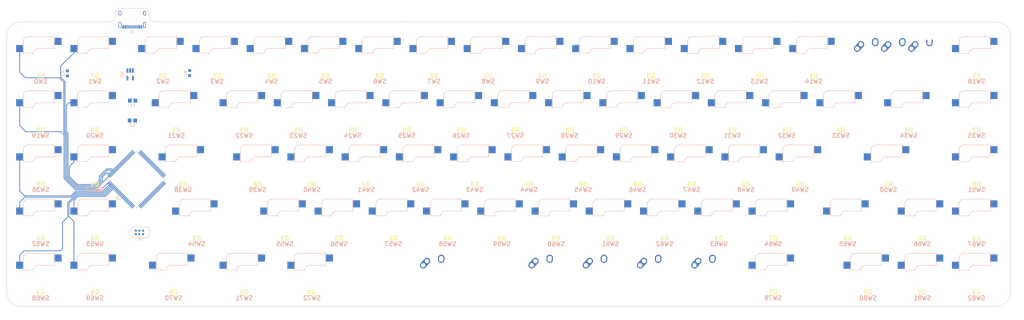
<source format=kicad_pcb>
(kicad_pcb (version 20171130) (host pcbnew "(5.0.0-rc2-dev-733-g23a9fcd91)")
  (layers (0 F.Cu signal) (31 B.Cu signal) (34 B.Paste user) (35 F.Paste user) (36 B.SilkS user) (37 F.SilkS user) (38 B.Mask user) (39 F.Mask user) (44 Edge.Cuts user))
  (net 0 "")
  (net 1 VCC)
  (net 2 GND)
  (net 3 "Net-(J1-PadA6)")
  (net 4 +5V)
  (net 5 "Net-(J1-PadS1)")
  (net 6 "Net-(J1-PadA7)")
  (net 7 "Net-(J1-PadA8)")
  (net 8 "Net-(J1-PadB5)")
  (net 9 "Net-(J1-PadA5)")
  (net 10 "Net-(J1-PadB8)")
  (net 11 /PDI)
  (net 12 "Net-(P1-Pad3)")
  (net 13 "Net-(P1-Pad4)")
  (net 14 /RST)
  (net 15 /KEY0)
  (net 16 /KEY1)
  (net 17 /KEY2)
  (net 18 /KEY3)
  (net 19 /KEY4)
  (net 20 /KEY5)
  (net 21 /KEY6)
  (net 22 /KEY7)
  (net 23 /KEY8)
  (net 24 /KEY9)
  (net 25 /KEY10)
  (net 26 /KEY11)
  (net 27 /KEY12)
  (net 28 /KEY13)
  (net 29 /KEY14)
  (net 30 /KEY15)
  (net 31 /KEY16)
  (net 32 /KEY17)
  (net 33 /KEY18)
  (net 34 /KEY19)
  (net 35 /KEY20)
  (net 36 /KEY21)
  (net 37 /KEY22)
  (net 38 /KEY23)
  (net 39 /KEY24)
  (net 40 /KEY25)
  (net 41 /KEY26)
  (net 42 /KEY27)
  (net 43 /KEY28)
  (net 44 /KEY29)
  (net 45 /KEY30)
  (net 46 /KEY31)
  (net 47 /KEY32)
  (net 48 /KEY33)
  (net 49 /KEY34)
  (net 50 /KEY35)
  (net 51 /KEY36)
  (net 52 /KEY37)
  (net 53 /KEY38)
  (net 54 /KEY39)
  (net 55 /KEY40)
  (net 56 /KEY41)
  (net 57 /KEY42)
  (net 58 /KEY43)
  (net 59 /KEY44)
  (net 60 /KEY45)
  (net 61 /KEY46)
  (net 62 /KEY47)
  (net 63 /KEY48)
  (net 64 /KEY49)
  (net 65 /KEY50)
  (net 66 /KEY51)
  (net 67 /KEY52)
  (net 68 /KEY53)
  (net 69 /KEY54)
  (net 70 /KEY55)
  (net 71 /KEY56)
  (net 72 /KEY57)
  (net 73 /KEY58)
  (net 74 /KEY59)
  (net 75 /KEY60)
  (net 76 /KEY61)
  (net 77 /KEY62)
  (net 78 /KEY63)
  (net 79 /KEY64)
  (net 80 /KEY65)
  (net 81 /KEY67)
  (net 82 /KEY68)
  (net 83 /KEY69)
  (net 84 /KEY70)
  (net 85 /KEY71)
  (net 86 /KEY72)
  (net 87 /KEY73)
  (net 88 "Net-(U1-Pad7)")
  (net 89 "Net-(U1-Pad8)")
  (net 90 "Net-(U1-Pad9)")
  (net 91 "Net-(U1-Pad10)")
  (net 92 "Net-(U1-Pad11)")
  (net 93 "Net-(U1-Pad12)")
  (net 94 "Net-(U1-Pad15)")
  (net 95 "Net-(U1-Pad16)")
  (net 96 "Net-(U1-Pad17)")
  (net 97 "Net-(U1-Pad18)")
  (net 98 "Net-(U1-Pad19)")
  (net 99 "Net-(U1-Pad20)")
  (net 100 "Net-(U1-Pad21)")
  (net 101 "Net-(U1-Pad22)")
  (net 102 "Net-(U1-Pad25)")
  (net 103 "Net-(U1-Pad26)")
  (net 104 "Net-(U1-Pad27)")
  (net 105 "Net-(U1-Pad28)")
  (net 106 "Net-(U1-Pad29)")
  (net 107 "Net-(U1-Pad30)")
  (net 108 "Net-(U1-Pad35)")
  (net 109 "Net-(U1-Pad36)")
  (net 110 "Net-(U1-Pad37)")
  (net 111 "Net-(U1-Pad38)")
  (net 112 "Net-(U1-Pad39)")
  (net 113 "Net-(U1-Pad40)")
  (net 114 "Net-(U1-Pad41)")
  (net 115 "Net-(U1-Pad42)")
  (net 116 "Net-(U1-Pad45)")
  (net 117 "Net-(U1-Pad46)")
  (net 118 "Net-(U1-Pad47)")
  (net 119 "Net-(U1-Pad48)")
  (net 120 "Net-(U1-Pad49)")
  (net 121 "Net-(U1-Pad50)")
  (net 122 "Net-(U1-Pad51)")
  (net 123 "Net-(U1-Pad52)")
  (net 124 "Net-(U1-Pad55)")
  (net 125 "Net-(U1-Pad56)")
  (net 126 "Net-(U1-Pad57)")
  (net 127 "Net-(U1-Pad58)")
  (net 128 "Net-(U1-Pad59)")
  (net 129 "Net-(U1-Pad60)")
  (net 130 "Net-(U1-Pad61)")
  (net 131 "Net-(U1-Pad62)")
  (net 132 "Net-(U1-Pad65)")
  (net 133 "Net-(U1-Pad66)")
  (net 134 "Net-(U1-Pad67)")
  (net 135 "Net-(U1-Pad68)")
  (net 136 "Net-(U1-Pad69)")
  (net 137 "Net-(U1-Pad70)")
  (net 138 "Net-(U1-Pad71)")
  (net 139 "Net-(U1-Pad72)")
  (net 140 "Net-(U1-Pad75)")
  (net 141 "Net-(U1-Pad76)")
  (net 142 "Net-(U1-Pad77)")
  (net 143 "Net-(U1-Pad78)")
  (net 144 "Net-(U1-Pad79)")
  (net 145 "Net-(U1-Pad80)")
  (net 146 "Net-(U1-Pad81)")
  (net 147 "Net-(U1-Pad82)")
  (net 148 "Net-(U1-Pad85)")
  (net 149 "Net-(U1-Pad86)")
  (net 150 "Net-(U1-Pad87)")
  (net 151 "Net-(U1-Pad88)")
  (net 152 "Net-(U1-Pad91)")
  (net 153 "Net-(U1-Pad92)")
  (net 154 "Net-(U2-Pad4)")
  (net 155 /KEY66)
  (net 156 /KEY74)
  (net 157 /KEY77)
  (net 158 /KEY78)
  (net 159 /KEY79)
  (net 160 /KEY80)
  (net 161 /KEY81)
  (net 162 /KEY82)
  (net 163 /KEY76)
  (module Capacitor_SMD:C_0805_2012Metric_Pad1.29x1.40mm_HandSolder (layer B.Cu) (at 241.8375 172.93)
    (fp_text reference C1 (at 0 1.65) (layer B.SilkS) (effects (justify mirror)))
    (fp_text value 10uf)
    (pad 1 smd rect (at -0.9675 0) (size 1.295 1.4) (layers B.Cu B.Paste B.Mask) (net 1 VCC))
    (pad 2 smd rect (at 0.9675 0) (size 1.295 1.4) (layers B.Cu B.Paste B.Mask) (net 2 GND))
  )
  (module Keyplus_conn_usb:USB_TypeC_U31F-24SNA0201 (layer B.Cu) (at 241.71 139.57)
    (fp_text reference J1 (at 0 9.1) (layer B.SilkS) (effects (justify mirror)))
    (fp_text value USB_Type_C_2.0_Receptacle)
    (pad A6 smd rect (at -0.25 7.445) (size 0.3 1.15) (layers B.Cu B.Paste B.Mask) (net 3 "Net-(J1-PadA6)"))
    (pad B1 smd rect (at 3.2 7.445) (size 0.6 1.15) (layers B.Cu B.Paste B.Mask) (net 2 GND))
    (pad B4 smd rect (at 2.4 7.445) (size 0.6 1.15) (layers B.Cu B.Paste B.Mask) (net 4 +5V))
    (pad A4 smd rect (at -2.4 7.445) (size 0.6 1.15) (layers B.Cu B.Paste B.Mask) (net 4 +5V))
    (pad S1 thru_hole oval (at -4.32 6.78) (size 1 2.1) (drill oval 0.6 1.7) (layers *.Cu *.Mask) (net 5 "Net-(J1-PadS1)"))
    (pad "" np_thru_hole circle (at -2.89 6.28) (size 0.65 0.65) (drill 0.65) (layers *.Cu *.Mask))
    (pad S1 thru_hole oval (at 4.32 6.78) (size 1 2.1) (drill oval 0.6 1.7) (layers *.Cu *.Mask) (net 5 "Net-(J1-PadS1)"))
    (pad S1 thru_hole oval (at -4.32 2.6) (size 1 1.6) (drill oval 0.6 1.2) (layers *.Cu *.Mask) (net 5 "Net-(J1-PadS1)"))
    (pad S1 thru_hole oval (at 4.32 2.6) (size 1 1.6) (drill oval 0.6 1.2) (layers *.Cu *.Mask) (net 5 "Net-(J1-PadS1)"))
    (pad A1 smd rect (at -3.2 7.445) (size 0.6 1.15) (layers B.Cu B.Paste B.Mask) (net 2 GND))
    (pad "" np_thru_hole circle (at 2.89 6.28) (size 0.65 0.65) (drill 0.65) (layers *.Cu *.Mask))
    (pad A7 smd rect (at 0.25 7.445) (size 0.3 1.15) (layers B.Cu B.Paste B.Mask) (net 6 "Net-(J1-PadA7)"))
    (pad B6 smd rect (at 0.75 7.445) (size 0.3 1.15) (layers B.Cu B.Paste B.Mask) (net 3 "Net-(J1-PadA6)"))
    (pad A8 smd rect (at 1.25 7.445) (size 0.3 1.15) (layers B.Cu B.Paste B.Mask) (net 7 "Net-(J1-PadA8)"))
    (pad B5 smd rect (at 1.75 7.445) (size 0.3 1.15) (layers B.Cu B.Paste B.Mask) (net 8 "Net-(J1-PadB5)"))
    (pad B7 smd rect (at -0.75 7.445) (size 0.3 1.15) (layers B.Cu B.Paste B.Mask) (net 6 "Net-(J1-PadA7)"))
    (pad A5 smd rect (at -1.25 7.445) (size 0.3 1.15) (layers B.Cu B.Paste B.Mask) (net 9 "Net-(J1-PadA5)"))
    (pad B8 smd rect (at -1.75 7.445) (size 0.3 1.15) (layers B.Cu B.Paste B.Mask) (net 10 "Net-(J1-PadB8)"))
  )
  (module Keyplus_Tag-Connect:TC2030-NL_SMALL (layer B.Cu) (at 244.19 219.26)
    (fp_text reference P1 (at 0 2.54) (layer B.SilkS) (effects (font (size 0.75692 0.75692) (thickness 0.127)) (justify mirror)))
    (fp_text value TC2030-IDC hide)
    (pad 1 connect circle (at -1.27 -0.635) (size 0.78486 0.78486) (layers B.Cu B.Mask) (net 11 /PDI))
    (pad 2 connect circle (at -1.27 0.635) (size 0.78486 0.78486) (layers B.Cu B.Mask) (net 1 VCC))
    (pad 3 connect circle (at 0 -0.635) (size 0.78486 0.78486) (layers B.Cu B.Mask) (net 12 "Net-(P1-Pad3)"))
    (pad 4 connect circle (at 0 0.635) (size 0.78486 0.78486) (layers B.Cu B.Mask) (net 13 "Net-(P1-Pad4)"))
    (pad 5 connect circle (at 1.27 -0.635) (size 0.78486 0.78486) (layers B.Cu B.Mask) (net 14 /RST))
    (pad 6 connect circle (at 1.27 0.635) (size 0.78486 0.78486) (layers B.Cu B.Mask) (net 2 GND))
    (pad "" np_thru_hole circle (at -2.54 0) (size 0.98806 0.98806) (drill 0.98806) (layers *.Cu *.Mask B.SilkS))
    (pad "" np_thru_hole circle (at 2.54 1.016) (size 0.98552 0.98552) (drill 0.98552) (layers *.Cu *.Mask B.SilkS))
    (pad "" np_thru_hole circle (at 2.54 -1.016) (size 0.98552 0.98552) (drill 0.98552) (layers *.Cu *.Mask B.SilkS))
  )
  (module Resistor_SMD:R_0603_1608Metric_Pad0.99x1.00mm_HandSolder (layer B.Cu) (at 261.87 163.2325 270)
    (fp_text reference R1 (at 0 1.45 270) (layer B.SilkS) (effects (justify mirror)))
    (fp_text value 5.1k)
    (pad 2 smd rect (at 0.8875 0 270) (size 0.995 1) (layers B.Cu B.Paste B.Mask) (net 2 GND))
    (pad 1 smd rect (at -0.8875 0 270) (size 0.995 1) (layers B.Cu B.Paste B.Mask) (net 8 "Net-(J1-PadB5)"))
  )
  (module Resistor_SMD:R_0603_1608Metric_Pad0.99x1.00mm_HandSolder (layer B.Cu) (at 218.93 163.3525 270)
    (fp_text reference R2 (at 0 1.45 270) (layer B.SilkS) (effects (justify mirror)))
    (fp_text value 5.1k)
    (pad 1 smd rect (at -0.8875 0 270) (size 0.995 1) (layers B.Cu B.Paste B.Mask) (net 9 "Net-(J1-PadA5)"))
    (pad 2 smd rect (at 0.8875 0 270) (size 0.995 1) (layers B.Cu B.Paste B.Mask) (net 2 GND))
  )
  (module wood_kailh_socket:Kailh_MX_Socket (layer B.Cu) (at 209.55 157.1625 180)
    (fp_text reference SW0 (at 0 -9 180) (layer B.SilkS) (effects (font (size 1.524 1.524) (thickness 0.3048)) (justify mirror)))
    (fp_text value K0 (at 0 -7 180) (layer F.SilkS) (effects (font (size 1.524 1.524) (thickness 0.3048))))
    (pad "" np_thru_hole circle (at 5.08 0 180) (size 1.7 1.7) (drill 1.7) (layers *.Cu *.Mask))
    (pad "" np_thru_hole circle (at -5.08 0 180) (size 1.7 1.7) (drill 1.7) (layers *.Cu *.Mask))
    (pad 2 smd rect (at -6.09 5.08 180) (size 2.55 2.5) (layers B.Cu B.Paste B.Mask) (net 2 GND))
    (pad "" np_thru_hole circle (at 3.81 2.54 180) (size 2.95 2.95) (drill 2.95) (layers *.Cu *.Mask))
    (pad "" np_thru_hole circle (at -2.54 5.08 180) (size 2.95 2.95) (drill 2.95) (layers *.Cu *.Mask))
    (pad "" np_thru_hole circle (at 0 0 180) (size 3.98018 3.98018) (drill 3.98018) (layers *.Cu *.Mask))
    (pad 1 smd rect (at 7.36 2.54 180) (size 2.55 2.5) (layers B.Cu B.Paste B.Mask) (net 15 /KEY0))
  )
  (module wood_kailh_socket:Kailh_MX_Socket (layer B.Cu) (at 228.6 157.1625 180)
    (fp_text reference SW1 (at 0 -9 180) (layer B.SilkS) (effects (font (size 1.524 1.524) (thickness 0.3048)) (justify mirror)))
    (fp_text value K0 (at 0 -7 180) (layer F.SilkS) (effects (font (size 1.524 1.524) (thickness 0.3048))))
    (pad "" np_thru_hole circle (at 5.08 0 180) (size 1.7 1.7) (drill 1.7) (layers *.Cu *.Mask))
    (pad "" np_thru_hole circle (at -5.08 0 180) (size 1.7 1.7) (drill 1.7) (layers *.Cu *.Mask))
    (pad 2 smd rect (at -6.09 5.08 180) (size 2.55 2.5) (layers B.Cu B.Paste B.Mask) (net 2 GND))
    (pad "" np_thru_hole circle (at 3.81 2.54 180) (size 2.95 2.95) (drill 2.95) (layers *.Cu *.Mask))
    (pad "" np_thru_hole circle (at -2.54 5.08 180) (size 2.95 2.95) (drill 2.95) (layers *.Cu *.Mask))
    (pad "" np_thru_hole circle (at 0 0 180) (size 3.98018 3.98018) (drill 3.98018) (layers *.Cu *.Mask))
    (pad 1 smd rect (at 7.36 2.54 180) (size 2.55 2.5) (layers B.Cu B.Paste B.Mask) (net 16 /KEY1))
  )
  (module wood_kailh_socket:Kailh_MX_Socket (layer B.Cu) (at 252.4125 157.1625 180)
    (fp_text reference SW2 (at 0 -9 180) (layer B.SilkS) (effects (font (size 1.524 1.524) (thickness 0.3048)) (justify mirror)))
    (fp_text value K0 (at 0 -7 180) (layer F.SilkS) (effects (font (size 1.524 1.524) (thickness 0.3048))))
    (pad 1 smd rect (at 7.36 2.54 180) (size 2.55 2.5) (layers B.Cu B.Paste B.Mask) (net 17 /KEY2))
    (pad "" np_thru_hole circle (at 0 0 180) (size 3.98018 3.98018) (drill 3.98018) (layers *.Cu *.Mask))
    (pad "" np_thru_hole circle (at -2.54 5.08 180) (size 2.95 2.95) (drill 2.95) (layers *.Cu *.Mask))
    (pad "" np_thru_hole circle (at 3.81 2.54 180) (size 2.95 2.95) (drill 2.95) (layers *.Cu *.Mask))
    (pad 2 smd rect (at -6.09 5.08 180) (size 2.55 2.5) (layers B.Cu B.Paste B.Mask) (net 2 GND))
    (pad "" np_thru_hole circle (at -5.08 0 180) (size 1.7 1.7) (drill 1.7) (layers *.Cu *.Mask))
    (pad "" np_thru_hole circle (at 5.08 0 180) (size 1.7 1.7) (drill 1.7) (layers *.Cu *.Mask))
  )
  (module wood_kailh_socket:Kailh_MX_Socket (layer B.Cu) (at 271.4625 157.1625 180)
    (fp_text reference SW3 (at 0 -9 180) (layer B.SilkS) (effects (font (size 1.524 1.524) (thickness 0.3048)) (justify mirror)))
    (fp_text value K0 (at 0 -7 180) (layer F.SilkS) (effects (font (size 1.524 1.524) (thickness 0.3048))))
    (pad "" np_thru_hole circle (at 5.08 0 180) (size 1.7 1.7) (drill 1.7) (layers *.Cu *.Mask))
    (pad "" np_thru_hole circle (at -5.08 0 180) (size 1.7 1.7) (drill 1.7) (layers *.Cu *.Mask))
    (pad 2 smd rect (at -6.09 5.08 180) (size 2.55 2.5) (layers B.Cu B.Paste B.Mask) (net 2 GND))
    (pad "" np_thru_hole circle (at 3.81 2.54 180) (size 2.95 2.95) (drill 2.95) (layers *.Cu *.Mask))
    (pad "" np_thru_hole circle (at -2.54 5.08 180) (size 2.95 2.95) (drill 2.95) (layers *.Cu *.Mask))
    (pad "" np_thru_hole circle (at 0 0 180) (size 3.98018 3.98018) (drill 3.98018) (layers *.Cu *.Mask))
    (pad 1 smd rect (at 7.36 2.54 180) (size 2.55 2.5) (layers B.Cu B.Paste B.Mask) (net 18 /KEY3))
  )
  (module wood_kailh_socket:Kailh_MX_Socket (layer B.Cu) (at 290.5125 157.1625 180)
    (fp_text reference SW4 (at 0 -9 180) (layer B.SilkS) (effects (font (size 1.524 1.524) (thickness 0.3048)) (justify mirror)))
    (fp_text value K0 (at 0 -7 180) (layer F.SilkS) (effects (font (size 1.524 1.524) (thickness 0.3048))))
    (pad 1 smd rect (at 7.36 2.54 180) (size 2.55 2.5) (layers B.Cu B.Paste B.Mask) (net 19 /KEY4))
    (pad "" np_thru_hole circle (at 0 0 180) (size 3.98018 3.98018) (drill 3.98018) (layers *.Cu *.Mask))
    (pad "" np_thru_hole circle (at -2.54 5.08 180) (size 2.95 2.95) (drill 2.95) (layers *.Cu *.Mask))
    (pad "" np_thru_hole circle (at 3.81 2.54 180) (size 2.95 2.95) (drill 2.95) (layers *.Cu *.Mask))
    (pad 2 smd rect (at -6.09 5.08 180) (size 2.55 2.5) (layers B.Cu B.Paste B.Mask) (net 2 GND))
    (pad "" np_thru_hole circle (at -5.08 0 180) (size 1.7 1.7) (drill 1.7) (layers *.Cu *.Mask))
    (pad "" np_thru_hole circle (at 5.08 0 180) (size 1.7 1.7) (drill 1.7) (layers *.Cu *.Mask))
  )
  (module wood_kailh_socket:Kailh_MX_Socket (layer B.Cu) (at 309.5625 157.1625 180)
    (fp_text reference SW5 (at 0 -9 180) (layer B.SilkS) (effects (font (size 1.524 1.524) (thickness 0.3048)) (justify mirror)))
    (fp_text value K0 (at 0 -7 180) (layer F.SilkS) (effects (font (size 1.524 1.524) (thickness 0.3048))))
    (pad "" np_thru_hole circle (at 5.08 0 180) (size 1.7 1.7) (drill 1.7) (layers *.Cu *.Mask))
    (pad "" np_thru_hole circle (at -5.08 0 180) (size 1.7 1.7) (drill 1.7) (layers *.Cu *.Mask))
    (pad 2 smd rect (at -6.09 5.08 180) (size 2.55 2.5) (layers B.Cu B.Paste B.Mask) (net 2 GND))
    (pad "" np_thru_hole circle (at 3.81 2.54 180) (size 2.95 2.95) (drill 2.95) (layers *.Cu *.Mask))
    (pad "" np_thru_hole circle (at -2.54 5.08 180) (size 2.95 2.95) (drill 2.95) (layers *.Cu *.Mask))
    (pad "" np_thru_hole circle (at 0 0 180) (size 3.98018 3.98018) (drill 3.98018) (layers *.Cu *.Mask))
    (pad 1 smd rect (at 7.36 2.54 180) (size 2.55 2.5) (layers B.Cu B.Paste B.Mask) (net 20 /KEY5))
  )
  (module wood_kailh_socket:Kailh_MX_Socket (layer B.Cu) (at 328.6125 157.1625 180)
    (fp_text reference SW6 (at 0 -9 180) (layer B.SilkS) (effects (font (size 1.524 1.524) (thickness 0.3048)) (justify mirror)))
    (fp_text value K0 (at 0 -7 180) (layer F.SilkS) (effects (font (size 1.524 1.524) (thickness 0.3048))))
    (pad "" np_thru_hole circle (at 5.08 0 180) (size 1.7 1.7) (drill 1.7) (layers *.Cu *.Mask))
    (pad "" np_thru_hole circle (at -5.08 0 180) (size 1.7 1.7) (drill 1.7) (layers *.Cu *.Mask))
    (pad 2 smd rect (at -6.09 5.08 180) (size 2.55 2.5) (layers B.Cu B.Paste B.Mask) (net 2 GND))
    (pad "" np_thru_hole circle (at 3.81 2.54 180) (size 2.95 2.95) (drill 2.95) (layers *.Cu *.Mask))
    (pad "" np_thru_hole circle (at -2.54 5.08 180) (size 2.95 2.95) (drill 2.95) (layers *.Cu *.Mask))
    (pad "" np_thru_hole circle (at 0 0 180) (size 3.98018 3.98018) (drill 3.98018) (layers *.Cu *.Mask))
    (pad 1 smd rect (at 7.36 2.54 180) (size 2.55 2.5) (layers B.Cu B.Paste B.Mask) (net 21 /KEY6))
  )
  (module wood_kailh_socket:Kailh_MX_Socket (layer B.Cu) (at 347.6625 157.1625 180)
    (fp_text reference SW7 (at 0 -9 180) (layer B.SilkS) (effects (font (size 1.524 1.524) (thickness 0.3048)) (justify mirror)))
    (fp_text value K0 (at 0 -7 180) (layer F.SilkS) (effects (font (size 1.524 1.524) (thickness 0.3048))))
    (pad 1 smd rect (at 7.36 2.54 180) (size 2.55 2.5) (layers B.Cu B.Paste B.Mask) (net 22 /KEY7))
    (pad "" np_thru_hole circle (at 0 0 180) (size 3.98018 3.98018) (drill 3.98018) (layers *.Cu *.Mask))
    (pad "" np_thru_hole circle (at -2.54 5.08 180) (size 2.95 2.95) (drill 2.95) (layers *.Cu *.Mask))
    (pad "" np_thru_hole circle (at 3.81 2.54 180) (size 2.95 2.95) (drill 2.95) (layers *.Cu *.Mask))
    (pad 2 smd rect (at -6.09 5.08 180) (size 2.55 2.5) (layers B.Cu B.Paste B.Mask) (net 2 GND))
    (pad "" np_thru_hole circle (at -5.08 0 180) (size 1.7 1.7) (drill 1.7) (layers *.Cu *.Mask))
    (pad "" np_thru_hole circle (at 5.08 0 180) (size 1.7 1.7) (drill 1.7) (layers *.Cu *.Mask))
  )
  (module wood_kailh_socket:Kailh_MX_Socket (layer B.Cu) (at 366.7125 157.1625 180)
    (fp_text reference SW8 (at 0 -9 180) (layer B.SilkS) (effects (font (size 1.524 1.524) (thickness 0.3048)) (justify mirror)))
    (fp_text value K0 (at 0 -7 180) (layer F.SilkS) (effects (font (size 1.524 1.524) (thickness 0.3048))))
    (pad "" np_thru_hole circle (at 5.08 0 180) (size 1.7 1.7) (drill 1.7) (layers *.Cu *.Mask))
    (pad "" np_thru_hole circle (at -5.08 0 180) (size 1.7 1.7) (drill 1.7) (layers *.Cu *.Mask))
    (pad 2 smd rect (at -6.09 5.08 180) (size 2.55 2.5) (layers B.Cu B.Paste B.Mask) (net 2 GND))
    (pad "" np_thru_hole circle (at 3.81 2.54 180) (size 2.95 2.95) (drill 2.95) (layers *.Cu *.Mask))
    (pad "" np_thru_hole circle (at -2.54 5.08 180) (size 2.95 2.95) (drill 2.95) (layers *.Cu *.Mask))
    (pad "" np_thru_hole circle (at 0 0 180) (size 3.98018 3.98018) (drill 3.98018) (layers *.Cu *.Mask))
    (pad 1 smd rect (at 7.36 2.54 180) (size 2.55 2.5) (layers B.Cu B.Paste B.Mask) (net 23 /KEY8))
  )
  (module wood_kailh_socket:Kailh_MX_Socket (layer B.Cu) (at 385.7625 157.1625 180)
    (fp_text reference SW9 (at 0 -9 180) (layer B.SilkS) (effects (font (size 1.524 1.524) (thickness 0.3048)) (justify mirror)))
    (fp_text value K0 (at 0 -7 180) (layer F.SilkS) (effects (font (size 1.524 1.524) (thickness 0.3048))))
    (pad 1 smd rect (at 7.36 2.54 180) (size 2.55 2.5) (layers B.Cu B.Paste B.Mask) (net 24 /KEY9))
    (pad "" np_thru_hole circle (at 0 0 180) (size 3.98018 3.98018) (drill 3.98018) (layers *.Cu *.Mask))
    (pad "" np_thru_hole circle (at -2.54 5.08 180) (size 2.95 2.95) (drill 2.95) (layers *.Cu *.Mask))
    (pad "" np_thru_hole circle (at 3.81 2.54 180) (size 2.95 2.95) (drill 2.95) (layers *.Cu *.Mask))
    (pad 2 smd rect (at -6.09 5.08 180) (size 2.55 2.5) (layers B.Cu B.Paste B.Mask) (net 2 GND))
    (pad "" np_thru_hole circle (at -5.08 0 180) (size 1.7 1.7) (drill 1.7) (layers *.Cu *.Mask))
    (pad "" np_thru_hole circle (at 5.08 0 180) (size 1.7 1.7) (drill 1.7) (layers *.Cu *.Mask))
  )
  (module wood_kailh_socket:Kailh_MX_Socket (layer B.Cu) (at 404.8125 157.1625 180)
    (fp_text reference SW10 (at 0 -9 180) (layer B.SilkS) (effects (font (size 1.524 1.524) (thickness 0.3048)) (justify mirror)))
    (fp_text value K0 (at 0 -7 180) (layer F.SilkS) (effects (font (size 1.524 1.524) (thickness 0.3048))))
    (pad "" np_thru_hole circle (at 5.08 0 180) (size 1.7 1.7) (drill 1.7) (layers *.Cu *.Mask))
    (pad "" np_thru_hole circle (at -5.08 0 180) (size 1.7 1.7) (drill 1.7) (layers *.Cu *.Mask))
    (pad 2 smd rect (at -6.09 5.08 180) (size 2.55 2.5) (layers B.Cu B.Paste B.Mask) (net 2 GND))
    (pad "" np_thru_hole circle (at 3.81 2.54 180) (size 2.95 2.95) (drill 2.95) (layers *.Cu *.Mask))
    (pad "" np_thru_hole circle (at -2.54 5.08 180) (size 2.95 2.95) (drill 2.95) (layers *.Cu *.Mask))
    (pad "" np_thru_hole circle (at 0 0 180) (size 3.98018 3.98018) (drill 3.98018) (layers *.Cu *.Mask))
    (pad 1 smd rect (at 7.36 2.54 180) (size 2.55 2.5) (layers B.Cu B.Paste B.Mask) (net 25 /KEY10))
  )
  (module wood_kailh_socket:Kailh_MX_Socket (layer B.Cu) (at 423.8625 157.1625 180)
    (fp_text reference SW11 (at 0 -9 180) (layer B.SilkS) (effects (font (size 1.524 1.524) (thickness 0.3048)) (justify mirror)))
    (fp_text value K0 (at 0 -7 180) (layer F.SilkS) (effects (font (size 1.524 1.524) (thickness 0.3048))))
    (pad 1 smd rect (at 7.36 2.54 180) (size 2.55 2.5) (layers B.Cu B.Paste B.Mask) (net 26 /KEY11))
    (pad "" np_thru_hole circle (at 0 0 180) (size 3.98018 3.98018) (drill 3.98018) (layers *.Cu *.Mask))
    (pad "" np_thru_hole circle (at -2.54 5.08 180) (size 2.95 2.95) (drill 2.95) (layers *.Cu *.Mask))
    (pad "" np_thru_hole circle (at 3.81 2.54 180) (size 2.95 2.95) (drill 2.95) (layers *.Cu *.Mask))
    (pad 2 smd rect (at -6.09 5.08 180) (size 2.55 2.5) (layers B.Cu B.Paste B.Mask) (net 2 GND))
    (pad "" np_thru_hole circle (at -5.08 0 180) (size 1.7 1.7) (drill 1.7) (layers *.Cu *.Mask))
    (pad "" np_thru_hole circle (at 5.08 0 180) (size 1.7 1.7) (drill 1.7) (layers *.Cu *.Mask))
  )
  (module wood_kailh_socket:Kailh_MX_Socket (layer B.Cu) (at 442.9125 157.1625 180)
    (fp_text reference SW12 (at 0 -9 180) (layer B.SilkS) (effects (font (size 1.524 1.524) (thickness 0.3048)) (justify mirror)))
    (fp_text value K0 (at 0 -7 180) (layer F.SilkS) (effects (font (size 1.524 1.524) (thickness 0.3048))))
    (pad "" np_thru_hole circle (at 5.08 0 180) (size 1.7 1.7) (drill 1.7) (layers *.Cu *.Mask))
    (pad "" np_thru_hole circle (at -5.08 0 180) (size 1.7 1.7) (drill 1.7) (layers *.Cu *.Mask))
    (pad 2 smd rect (at -6.09 5.08 180) (size 2.55 2.5) (layers B.Cu B.Paste B.Mask) (net 2 GND))
    (pad "" np_thru_hole circle (at 3.81 2.54 180) (size 2.95 2.95) (drill 2.95) (layers *.Cu *.Mask))
    (pad "" np_thru_hole circle (at -2.54 5.08 180) (size 2.95 2.95) (drill 2.95) (layers *.Cu *.Mask))
    (pad "" np_thru_hole circle (at 0 0 180) (size 3.98018 3.98018) (drill 3.98018) (layers *.Cu *.Mask))
    (pad 1 smd rect (at 7.36 2.54 180) (size 2.55 2.5) (layers B.Cu B.Paste B.Mask) (net 27 /KEY12))
  )
  (module wood_kailh_socket:Kailh_MX_Socket (layer B.Cu) (at 461.9625 157.1625 180)
    (fp_text reference SW13 (at 0 -9 180) (layer B.SilkS) (effects (font (size 1.524 1.524) (thickness 0.3048)) (justify mirror)))
    (fp_text value K0 (at 0 -7 180) (layer F.SilkS) (effects (font (size 1.524 1.524) (thickness 0.3048))))
    (pad 1 smd rect (at 7.36 2.54 180) (size 2.55 2.5) (layers B.Cu B.Paste B.Mask) (net 28 /KEY13))
    (pad "" np_thru_hole circle (at 0 0 180) (size 3.98018 3.98018) (drill 3.98018) (layers *.Cu *.Mask))
    (pad "" np_thru_hole circle (at -2.54 5.08 180) (size 2.95 2.95) (drill 2.95) (layers *.Cu *.Mask))
    (pad "" np_thru_hole circle (at 3.81 2.54 180) (size 2.95 2.95) (drill 2.95) (layers *.Cu *.Mask))
    (pad 2 smd rect (at -6.09 5.08 180) (size 2.55 2.5) (layers B.Cu B.Paste B.Mask) (net 2 GND))
    (pad "" np_thru_hole circle (at -5.08 0 180) (size 1.7 1.7) (drill 1.7) (layers *.Cu *.Mask))
    (pad "" np_thru_hole circle (at 5.08 0 180) (size 1.7 1.7) (drill 1.7) (layers *.Cu *.Mask))
  )
  (module wood_kailh_socket:Kailh_MX_Socket (layer B.Cu) (at 481.0125 157.1625 180)
    (fp_text reference SW14 (at 0 -9 180) (layer B.SilkS) (effects (font (size 1.524 1.524) (thickness 0.3048)) (justify mirror)))
    (fp_text value K0 (at 0 -7 180) (layer F.SilkS) (effects (font (size 1.524 1.524) (thickness 0.3048))))
    (pad "" np_thru_hole circle (at 5.08 0 180) (size 1.7 1.7) (drill 1.7) (layers *.Cu *.Mask))
    (pad "" np_thru_hole circle (at -5.08 0 180) (size 1.7 1.7) (drill 1.7) (layers *.Cu *.Mask))
    (pad 2 smd rect (at -6.09 5.08 180) (size 2.55 2.5) (layers B.Cu B.Paste B.Mask) (net 2 GND))
    (pad "" np_thru_hole circle (at 3.81 2.54 180) (size 2.95 2.95) (drill 2.95) (layers *.Cu *.Mask))
    (pad "" np_thru_hole circle (at -2.54 5.08 180) (size 2.95 2.95) (drill 2.95) (layers *.Cu *.Mask))
    (pad "" np_thru_hole circle (at 0 0 180) (size 3.98018 3.98018) (drill 3.98018) (layers *.Cu *.Mask))
    (pad 1 smd rect (at 7.36 2.54 180) (size 2.55 2.5) (layers B.Cu B.Paste B.Mask) (net 29 /KEY14))
  )
  (module wood_kailh_socket:Kailh_MX_Socket (layer B.Cu) (at 209.55 176.2125 180)
    (fp_text reference SW19 (at 0 -9 180) (layer B.SilkS) (effects (font (size 1.524 1.524) (thickness 0.3048)) (justify mirror)))
    (fp_text value K0 (at 0 -7 180) (layer F.SilkS) (effects (font (size 1.524 1.524) (thickness 0.3048))))
    (pad 1 smd rect (at 7.36 2.54 180) (size 2.55 2.5) (layers B.Cu B.Paste B.Mask) (net 34 /KEY19))
    (pad "" np_thru_hole circle (at 0 0 180) (size 3.98018 3.98018) (drill 3.98018) (layers *.Cu *.Mask))
    (pad "" np_thru_hole circle (at -2.54 5.08 180) (size 2.95 2.95) (drill 2.95) (layers *.Cu *.Mask))
    (pad "" np_thru_hole circle (at 3.81 2.54 180) (size 2.95 2.95) (drill 2.95) (layers *.Cu *.Mask))
    (pad 2 smd rect (at -6.09 5.08 180) (size 2.55 2.5) (layers B.Cu B.Paste B.Mask) (net 2 GND))
    (pad "" np_thru_hole circle (at -5.08 0 180) (size 1.7 1.7) (drill 1.7) (layers *.Cu *.Mask))
    (pad "" np_thru_hole circle (at 5.08 0 180) (size 1.7 1.7) (drill 1.7) (layers *.Cu *.Mask))
  )
  (module wood_kailh_socket:Kailh_MX_Socket (layer B.Cu) (at 228.6 176.2125 180)
    (fp_text reference SW20 (at 0 -9 180) (layer B.SilkS) (effects (font (size 1.524 1.524) (thickness 0.3048)) (justify mirror)))
    (fp_text value K0 (at 0 -7 180) (layer F.SilkS) (effects (font (size 1.524 1.524) (thickness 0.3048))))
    (pad "" np_thru_hole circle (at 5.08 0 180) (size 1.7 1.7) (drill 1.7) (layers *.Cu *.Mask))
    (pad "" np_thru_hole circle (at -5.08 0 180) (size 1.7 1.7) (drill 1.7) (layers *.Cu *.Mask))
    (pad 2 smd rect (at -6.09 5.08 180) (size 2.55 2.5) (layers B.Cu B.Paste B.Mask) (net 2 GND))
    (pad "" np_thru_hole circle (at 3.81 2.54 180) (size 2.95 2.95) (drill 2.95) (layers *.Cu *.Mask))
    (pad "" np_thru_hole circle (at -2.54 5.08 180) (size 2.95 2.95) (drill 2.95) (layers *.Cu *.Mask))
    (pad "" np_thru_hole circle (at 0 0 180) (size 3.98018 3.98018) (drill 3.98018) (layers *.Cu *.Mask))
    (pad 1 smd rect (at 7.36 2.54 180) (size 2.55 2.5) (layers B.Cu B.Paste B.Mask) (net 35 /KEY20))
  )
  (module wood_kailh_socket:Kailh_MX_Socket (layer B.Cu) (at 257.175 176.2125 180)
    (fp_text reference SW21 (at 0 -9 180) (layer B.SilkS) (effects (font (size 1.524 1.524) (thickness 0.3048)) (justify mirror)))
    (fp_text value K0 (at 0 -7 180) (layer F.SilkS) (effects (font (size 1.524 1.524) (thickness 0.3048))))
    (pad 1 smd rect (at 7.36 2.54 180) (size 2.55 2.5) (layers B.Cu B.Paste B.Mask) (net 36 /KEY21))
    (pad "" np_thru_hole circle (at 0 0 180) (size 3.98018 3.98018) (drill 3.98018) (layers *.Cu *.Mask))
    (pad "" np_thru_hole circle (at -2.54 5.08 180) (size 2.95 2.95) (drill 2.95) (layers *.Cu *.Mask))
    (pad "" np_thru_hole circle (at 3.81 2.54 180) (size 2.95 2.95) (drill 2.95) (layers *.Cu *.Mask))
    (pad 2 smd rect (at -6.09 5.08 180) (size 2.55 2.5) (layers B.Cu B.Paste B.Mask) (net 2 GND))
    (pad "" np_thru_hole circle (at -5.08 0 180) (size 1.7 1.7) (drill 1.7) (layers *.Cu *.Mask))
    (pad "" np_thru_hole circle (at 5.08 0 180) (size 1.7 1.7) (drill 1.7) (layers *.Cu *.Mask))
  )
  (module wood_kailh_socket:Kailh_MX_Socket (layer B.Cu) (at 300.0375 176.2125 180)
    (fp_text reference SW23 (at 0 -9 180) (layer B.SilkS) (effects (font (size 1.524 1.524) (thickness 0.3048)) (justify mirror)))
    (fp_text value K0 (at 0 -7 180) (layer F.SilkS) (effects (font (size 1.524 1.524) (thickness 0.3048))))
    (pad "" np_thru_hole circle (at 5.08 0 180) (size 1.7 1.7) (drill 1.7) (layers *.Cu *.Mask))
    (pad "" np_thru_hole circle (at -5.08 0 180) (size 1.7 1.7) (drill 1.7) (layers *.Cu *.Mask))
    (pad 2 smd rect (at -6.09 5.08 180) (size 2.55 2.5) (layers B.Cu B.Paste B.Mask) (net 2 GND))
    (pad "" np_thru_hole circle (at 3.81 2.54 180) (size 2.95 2.95) (drill 2.95) (layers *.Cu *.Mask))
    (pad "" np_thru_hole circle (at -2.54 5.08 180) (size 2.95 2.95) (drill 2.95) (layers *.Cu *.Mask))
    (pad "" np_thru_hole circle (at 0 0 180) (size 3.98018 3.98018) (drill 3.98018) (layers *.Cu *.Mask))
    (pad 1 smd rect (at 7.36 2.54 180) (size 2.55 2.5) (layers B.Cu B.Paste B.Mask) (net 38 /KEY23))
  )
  (module wood_kailh_socket:Kailh_MX_Socket (layer B.Cu) (at 319.0875 176.2125 180)
    (fp_text reference SW24 (at 0 -9 180) (layer B.SilkS) (effects (font (size 1.524 1.524) (thickness 0.3048)) (justify mirror)))
    (fp_text value K0 (at 0 -7 180) (layer F.SilkS) (effects (font (size 1.524 1.524) (thickness 0.3048))))
    (pad "" np_thru_hole circle (at 5.08 0 180) (size 1.7 1.7) (drill 1.7) (layers *.Cu *.Mask))
    (pad "" np_thru_hole circle (at -5.08 0 180) (size 1.7 1.7) (drill 1.7) (layers *.Cu *.Mask))
    (pad 2 smd rect (at -6.09 5.08 180) (size 2.55 2.5) (layers B.Cu B.Paste B.Mask) (net 2 GND))
    (pad "" np_thru_hole circle (at 3.81 2.54 180) (size 2.95 2.95) (drill 2.95) (layers *.Cu *.Mask))
    (pad "" np_thru_hole circle (at -2.54 5.08 180) (size 2.95 2.95) (drill 2.95) (layers *.Cu *.Mask))
    (pad "" np_thru_hole circle (at 0 0 180) (size 3.98018 3.98018) (drill 3.98018) (layers *.Cu *.Mask))
    (pad 1 smd rect (at 7.36 2.54 180) (size 2.55 2.5) (layers B.Cu B.Paste B.Mask) (net 39 /KEY24))
  )
  (module wood_kailh_socket:Kailh_MX_Socket (layer B.Cu) (at 338.1375 176.2125 180)
    (fp_text reference SW25 (at 0 -9 180) (layer B.SilkS) (effects (font (size 1.524 1.524) (thickness 0.3048)) (justify mirror)))
    (fp_text value K0 (at 0 -7 180) (layer F.SilkS) (effects (font (size 1.524 1.524) (thickness 0.3048))))
    (pad 1 smd rect (at 7.36 2.54 180) (size 2.55 2.5) (layers B.Cu B.Paste B.Mask) (net 40 /KEY25))
    (pad "" np_thru_hole circle (at 0 0 180) (size 3.98018 3.98018) (drill 3.98018) (layers *.Cu *.Mask))
    (pad "" np_thru_hole circle (at -2.54 5.08 180) (size 2.95 2.95) (drill 2.95) (layers *.Cu *.Mask))
    (pad "" np_thru_hole circle (at 3.81 2.54 180) (size 2.95 2.95) (drill 2.95) (layers *.Cu *.Mask))
    (pad 2 smd rect (at -6.09 5.08 180) (size 2.55 2.5) (layers B.Cu B.Paste B.Mask) (net 2 GND))
    (pad "" np_thru_hole circle (at -5.08 0 180) (size 1.7 1.7) (drill 1.7) (layers *.Cu *.Mask))
    (pad "" np_thru_hole circle (at 5.08 0 180) (size 1.7 1.7) (drill 1.7) (layers *.Cu *.Mask))
  )
  (module wood_kailh_socket:Kailh_MX_Socket (layer B.Cu) (at 357.1875 176.2125 180)
    (fp_text reference SW26 (at 0 -9 180) (layer B.SilkS) (effects (font (size 1.524 1.524) (thickness 0.3048)) (justify mirror)))
    (fp_text value K0 (at 0 -7 180) (layer F.SilkS) (effects (font (size 1.524 1.524) (thickness 0.3048))))
    (pad "" np_thru_hole circle (at 5.08 0 180) (size 1.7 1.7) (drill 1.7) (layers *.Cu *.Mask))
    (pad "" np_thru_hole circle (at -5.08 0 180) (size 1.7 1.7) (drill 1.7) (layers *.Cu *.Mask))
    (pad 2 smd rect (at -6.09 5.08 180) (size 2.55 2.5) (layers B.Cu B.Paste B.Mask) (net 2 GND))
    (pad "" np_thru_hole circle (at 3.81 2.54 180) (size 2.95 2.95) (drill 2.95) (layers *.Cu *.Mask))
    (pad "" np_thru_hole circle (at -2.54 5.08 180) (size 2.95 2.95) (drill 2.95) (layers *.Cu *.Mask))
    (pad "" np_thru_hole circle (at 0 0 180) (size 3.98018 3.98018) (drill 3.98018) (layers *.Cu *.Mask))
    (pad 1 smd rect (at 7.36 2.54 180) (size 2.55 2.5) (layers B.Cu B.Paste B.Mask) (net 41 /KEY26))
  )
  (module wood_kailh_socket:Kailh_MX_Socket (layer B.Cu) (at 376.2375 176.2125 180)
    (fp_text reference SW27 (at 0 -9 180) (layer B.SilkS) (effects (font (size 1.524 1.524) (thickness 0.3048)) (justify mirror)))
    (fp_text value K0 (at 0 -7 180) (layer F.SilkS) (effects (font (size 1.524 1.524) (thickness 0.3048))))
    (pad 1 smd rect (at 7.36 2.54 180) (size 2.55 2.5) (layers B.Cu B.Paste B.Mask) (net 42 /KEY27))
    (pad "" np_thru_hole circle (at 0 0 180) (size 3.98018 3.98018) (drill 3.98018) (layers *.Cu *.Mask))
    (pad "" np_thru_hole circle (at -2.54 5.08 180) (size 2.95 2.95) (drill 2.95) (layers *.Cu *.Mask))
    (pad "" np_thru_hole circle (at 3.81 2.54 180) (size 2.95 2.95) (drill 2.95) (layers *.Cu *.Mask))
    (pad 2 smd rect (at -6.09 5.08 180) (size 2.55 2.5) (layers B.Cu B.Paste B.Mask) (net 2 GND))
    (pad "" np_thru_hole circle (at -5.08 0 180) (size 1.7 1.7) (drill 1.7) (layers *.Cu *.Mask))
    (pad "" np_thru_hole circle (at 5.08 0 180) (size 1.7 1.7) (drill 1.7) (layers *.Cu *.Mask))
  )
  (module wood_kailh_socket:Kailh_MX_Socket (layer B.Cu) (at 395.2875 176.2125 180)
    (fp_text reference SW28 (at 0 -9 180) (layer B.SilkS) (effects (font (size 1.524 1.524) (thickness 0.3048)) (justify mirror)))
    (fp_text value K0 (at 0 -7 180) (layer F.SilkS) (effects (font (size 1.524 1.524) (thickness 0.3048))))
    (pad "" np_thru_hole circle (at 5.08 0 180) (size 1.7 1.7) (drill 1.7) (layers *.Cu *.Mask))
    (pad "" np_thru_hole circle (at -5.08 0 180) (size 1.7 1.7) (drill 1.7) (layers *.Cu *.Mask))
    (pad 2 smd rect (at -6.09 5.08 180) (size 2.55 2.5) (layers B.Cu B.Paste B.Mask) (net 2 GND))
    (pad "" np_thru_hole circle (at 3.81 2.54 180) (size 2.95 2.95) (drill 2.95) (layers *.Cu *.Mask))
    (pad "" np_thru_hole circle (at -2.54 5.08 180) (size 2.95 2.95) (drill 2.95) (layers *.Cu *.Mask))
    (pad "" np_thru_hole circle (at 0 0 180) (size 3.98018 3.98018) (drill 3.98018) (layers *.Cu *.Mask))
    (pad 1 smd rect (at 7.36 2.54 180) (size 2.55 2.5) (layers B.Cu B.Paste B.Mask) (net 43 /KEY28))
  )
  (module wood_kailh_socket:Kailh_MX_Socket (layer B.Cu) (at 414.3375 176.2125 180)
    (fp_text reference SW29 (at 0 -9 180) (layer B.SilkS) (effects (font (size 1.524 1.524) (thickness 0.3048)) (justify mirror)))
    (fp_text value K0 (at 0 -7 180) (layer F.SilkS) (effects (font (size 1.524 1.524) (thickness 0.3048))))
    (pad 1 smd rect (at 7.36 2.54 180) (size 2.55 2.5) (layers B.Cu B.Paste B.Mask) (net 44 /KEY29))
    (pad "" np_thru_hole circle (at 0 0 180) (size 3.98018 3.98018) (drill 3.98018) (layers *.Cu *.Mask))
    (pad "" np_thru_hole circle (at -2.54 5.08 180) (size 2.95 2.95) (drill 2.95) (layers *.Cu *.Mask))
    (pad "" np_thru_hole circle (at 3.81 2.54 180) (size 2.95 2.95) (drill 2.95) (layers *.Cu *.Mask))
    (pad 2 smd rect (at -6.09 5.08 180) (size 2.55 2.5) (layers B.Cu B.Paste B.Mask) (net 2 GND))
    (pad "" np_thru_hole circle (at -5.08 0 180) (size 1.7 1.7) (drill 1.7) (layers *.Cu *.Mask))
    (pad "" np_thru_hole circle (at 5.08 0 180) (size 1.7 1.7) (drill 1.7) (layers *.Cu *.Mask))
  )
  (module wood_kailh_socket:Kailh_MX_Socket (layer B.Cu) (at 433.3875 176.2125 180)
    (fp_text reference SW30 (at 0 -9 180) (layer B.SilkS) (effects (font (size 1.524 1.524) (thickness 0.3048)) (justify mirror)))
    (fp_text value K0 (at 0 -7 180) (layer F.SilkS) (effects (font (size 1.524 1.524) (thickness 0.3048))))
    (pad "" np_thru_hole circle (at 5.08 0 180) (size 1.7 1.7) (drill 1.7) (layers *.Cu *.Mask))
    (pad "" np_thru_hole circle (at -5.08 0 180) (size 1.7 1.7) (drill 1.7) (layers *.Cu *.Mask))
    (pad 2 smd rect (at -6.09 5.08 180) (size 2.55 2.5) (layers B.Cu B.Paste B.Mask) (net 2 GND))
    (pad "" np_thru_hole circle (at 3.81 2.54 180) (size 2.95 2.95) (drill 2.95) (layers *.Cu *.Mask))
    (pad "" np_thru_hole circle (at -2.54 5.08 180) (size 2.95 2.95) (drill 2.95) (layers *.Cu *.Mask))
    (pad "" np_thru_hole circle (at 0 0 180) (size 3.98018 3.98018) (drill 3.98018) (layers *.Cu *.Mask))
    (pad 1 smd rect (at 7.36 2.54 180) (size 2.55 2.5) (layers B.Cu B.Paste B.Mask) (net 45 /KEY30))
  )
  (module wood_kailh_socket:Kailh_MX_Socket (layer B.Cu) (at 452.4375 176.2125 180)
    (fp_text reference SW31 (at 0 -9 180) (layer B.SilkS) (effects (font (size 1.524 1.524) (thickness 0.3048)) (justify mirror)))
    (fp_text value K0 (at 0 -7 180) (layer F.SilkS) (effects (font (size 1.524 1.524) (thickness 0.3048))))
    (pad 1 smd rect (at 7.36 2.54 180) (size 2.55 2.5) (layers B.Cu B.Paste B.Mask) (net 46 /KEY31))
    (pad "" np_thru_hole circle (at 0 0 180) (size 3.98018 3.98018) (drill 3.98018) (layers *.Cu *.Mask))
    (pad "" np_thru_hole circle (at -2.54 5.08 180) (size 2.95 2.95) (drill 2.95) (layers *.Cu *.Mask))
    (pad "" np_thru_hole circle (at 3.81 2.54 180) (size 2.95 2.95) (drill 2.95) (layers *.Cu *.Mask))
    (pad 2 smd rect (at -6.09 5.08 180) (size 2.55 2.5) (layers B.Cu B.Paste B.Mask) (net 2 GND))
    (pad "" np_thru_hole circle (at -5.08 0 180) (size 1.7 1.7) (drill 1.7) (layers *.Cu *.Mask))
    (pad "" np_thru_hole circle (at 5.08 0 180) (size 1.7 1.7) (drill 1.7) (layers *.Cu *.Mask))
  )
  (module wood_kailh_socket:Kailh_MX_Socket (layer B.Cu) (at 471.4875 176.2125 180)
    (fp_text reference SW32 (at 0 -9 180) (layer B.SilkS) (effects (font (size 1.524 1.524) (thickness 0.3048)) (justify mirror)))
    (fp_text value K0 (at 0 -7 180) (layer F.SilkS) (effects (font (size 1.524 1.524) (thickness 0.3048))))
    (pad "" np_thru_hole circle (at 5.08 0 180) (size 1.7 1.7) (drill 1.7) (layers *.Cu *.Mask))
    (pad "" np_thru_hole circle (at -5.08 0 180) (size 1.7 1.7) (drill 1.7) (layers *.Cu *.Mask))
    (pad 2 smd rect (at -6.09 5.08 180) (size 2.55 2.5) (layers B.Cu B.Paste B.Mask) (net 2 GND))
    (pad "" np_thru_hole circle (at 3.81 2.54 180) (size 2.95 2.95) (drill 2.95) (layers *.Cu *.Mask))
    (pad "" np_thru_hole circle (at -2.54 5.08 180) (size 2.95 2.95) (drill 2.95) (layers *.Cu *.Mask))
    (pad "" np_thru_hole circle (at 0 0 180) (size 3.98018 3.98018) (drill 3.98018) (layers *.Cu *.Mask))
    (pad 1 smd rect (at 7.36 2.54 180) (size 2.55 2.5) (layers B.Cu B.Paste B.Mask) (net 47 /KEY32))
  )
  (module wood_kailh_socket:Kailh_MX_Socket (layer B.Cu) (at 490.5375 176.2125 180)
    (fp_text reference SW33 (at 0 -9 180) (layer B.SilkS) (effects (font (size 1.524 1.524) (thickness 0.3048)) (justify mirror)))
    (fp_text value K0 (at 0 -7 180) (layer F.SilkS) (effects (font (size 1.524 1.524) (thickness 0.3048))))
    (pad 1 smd rect (at 7.36 2.54 180) (size 2.55 2.5) (layers B.Cu B.Paste B.Mask) (net 48 /KEY33))
    (pad "" np_thru_hole circle (at 0 0 180) (size 3.98018 3.98018) (drill 3.98018) (layers *.Cu *.Mask))
    (pad "" np_thru_hole circle (at -2.54 5.08 180) (size 2.95 2.95) (drill 2.95) (layers *.Cu *.Mask))
    (pad "" np_thru_hole circle (at 3.81 2.54 180) (size 2.95 2.95) (drill 2.95) (layers *.Cu *.Mask))
    (pad 2 smd rect (at -6.09 5.08 180) (size 2.55 2.5) (layers B.Cu B.Paste B.Mask) (net 2 GND))
    (pad "" np_thru_hole circle (at -5.08 0 180) (size 1.7 1.7) (drill 1.7) (layers *.Cu *.Mask))
    (pad "" np_thru_hole circle (at 5.08 0 180) (size 1.7 1.7) (drill 1.7) (layers *.Cu *.Mask))
  )
  (module wood_kailh_socket:Kailh_MX_Socket (layer B.Cu) (at 514.35 176.2125 180)
    (fp_text reference SW34 (at 0 -9 180) (layer B.SilkS) (effects (font (size 1.524 1.524) (thickness 0.3048)) (justify mirror)))
    (fp_text value K0 (at 0 -7 180) (layer F.SilkS) (effects (font (size 1.524 1.524) (thickness 0.3048))))
    (pad "" np_thru_hole circle (at 5.08 0 180) (size 1.7 1.7) (drill 1.7) (layers *.Cu *.Mask))
    (pad "" np_thru_hole circle (at -5.08 0 180) (size 1.7 1.7) (drill 1.7) (layers *.Cu *.Mask))
    (pad 2 smd rect (at -6.09 5.08 180) (size 2.55 2.5) (layers B.Cu B.Paste B.Mask) (net 2 GND))
    (pad "" np_thru_hole circle (at 3.81 2.54 180) (size 2.95 2.95) (drill 2.95) (layers *.Cu *.Mask))
    (pad "" np_thru_hole circle (at -2.54 5.08 180) (size 2.95 2.95) (drill 2.95) (layers *.Cu *.Mask))
    (pad "" np_thru_hole circle (at 0 0 180) (size 3.98018 3.98018) (drill 3.98018) (layers *.Cu *.Mask))
    (pad 1 smd rect (at 7.36 2.54 180) (size 2.55 2.5) (layers B.Cu B.Paste B.Mask) (net 49 /KEY34))
  )
  (module wood_kailh_socket:Kailh_MX_Socket (layer B.Cu) (at 538.1625 176.2125 180)
    (fp_text reference SW35 (at 0 -9 180) (layer B.SilkS) (effects (font (size 1.524 1.524) (thickness 0.3048)) (justify mirror)))
    (fp_text value K0 (at 0 -7 180) (layer F.SilkS) (effects (font (size 1.524 1.524) (thickness 0.3048))))
    (pad 1 smd rect (at 7.36 2.54 180) (size 2.55 2.5) (layers B.Cu B.Paste B.Mask) (net 50 /KEY35))
    (pad "" np_thru_hole circle (at 0 0 180) (size 3.98018 3.98018) (drill 3.98018) (layers *.Cu *.Mask))
    (pad "" np_thru_hole circle (at -2.54 5.08 180) (size 2.95 2.95) (drill 2.95) (layers *.Cu *.Mask))
    (pad "" np_thru_hole circle (at 3.81 2.54 180) (size 2.95 2.95) (drill 2.95) (layers *.Cu *.Mask))
    (pad 2 smd rect (at -6.09 5.08 180) (size 2.55 2.5) (layers B.Cu B.Paste B.Mask) (net 2 GND))
    (pad "" np_thru_hole circle (at -5.08 0 180) (size 1.7 1.7) (drill 1.7) (layers *.Cu *.Mask))
    (pad "" np_thru_hole circle (at 5.08 0 180) (size 1.7 1.7) (drill 1.7) (layers *.Cu *.Mask))
  )
  (module wood_kailh_socket:Kailh_MX_Socket (layer B.Cu) (at 209.55 195.2625 180)
    (fp_text reference SW36 (at 0 -9 180) (layer B.SilkS) (effects (font (size 1.524 1.524) (thickness 0.3048)) (justify mirror)))
    (fp_text value K0 (at 0 -7 180) (layer F.SilkS) (effects (font (size 1.524 1.524) (thickness 0.3048))))
    (pad "" np_thru_hole circle (at 5.08 0 180) (size 1.7 1.7) (drill 1.7) (layers *.Cu *.Mask))
    (pad "" np_thru_hole circle (at -5.08 0 180) (size 1.7 1.7) (drill 1.7) (layers *.Cu *.Mask))
    (pad 2 smd rect (at -6.09 5.08 180) (size 2.55 2.5) (layers B.Cu B.Paste B.Mask) (net 2 GND))
    (pad "" np_thru_hole circle (at 3.81 2.54 180) (size 2.95 2.95) (drill 2.95) (layers *.Cu *.Mask))
    (pad "" np_thru_hole circle (at -2.54 5.08 180) (size 2.95 2.95) (drill 2.95) (layers *.Cu *.Mask))
    (pad "" np_thru_hole circle (at 0 0 180) (size 3.98018 3.98018) (drill 3.98018) (layers *.Cu *.Mask))
    (pad 1 smd rect (at 7.36 2.54 180) (size 2.55 2.5) (layers B.Cu B.Paste B.Mask) (net 51 /KEY36))
  )
  (module wood_kailh_socket:Kailh_MX_Socket (layer B.Cu) (at 228.6 195.2625 180)
    (fp_text reference SW37 (at 0 -9 180) (layer B.SilkS) (effects (font (size 1.524 1.524) (thickness 0.3048)) (justify mirror)))
    (fp_text value K0 (at 0 -7 180) (layer F.SilkS) (effects (font (size 1.524 1.524) (thickness 0.3048))))
    (pad "" np_thru_hole circle (at 5.08 0 180) (size 1.7 1.7) (drill 1.7) (layers *.Cu *.Mask))
    (pad "" np_thru_hole circle (at -5.08 0 180) (size 1.7 1.7) (drill 1.7) (layers *.Cu *.Mask))
    (pad 2 smd rect (at -6.09 5.08 180) (size 2.55 2.5) (layers B.Cu B.Paste B.Mask) (net 2 GND))
    (pad "" np_thru_hole circle (at 3.81 2.54 180) (size 2.95 2.95) (drill 2.95) (layers *.Cu *.Mask))
    (pad "" np_thru_hole circle (at -2.54 5.08 180) (size 2.95 2.95) (drill 2.95) (layers *.Cu *.Mask))
    (pad "" np_thru_hole circle (at 0 0 180) (size 3.98018 3.98018) (drill 3.98018) (layers *.Cu *.Mask))
    (pad 1 smd rect (at 7.36 2.54 180) (size 2.55 2.5) (layers B.Cu B.Paste B.Mask) (net 52 /KEY37))
  )
  (module wood_kailh_socket:Kailh_MX_Socket (layer B.Cu) (at 259.55625 195.2625 180)
    (fp_text reference SW38 (at 0 -9 180) (layer B.SilkS) (effects (font (size 1.524 1.524) (thickness 0.3048)) (justify mirror)))
    (fp_text value K0 (at 0 -7 180) (layer F.SilkS) (effects (font (size 1.524 1.524) (thickness 0.3048))))
    (pad 1 smd rect (at 7.36 2.54 180) (size 2.55 2.5) (layers B.Cu B.Paste B.Mask) (net 53 /KEY38))
    (pad "" np_thru_hole circle (at 0 0 180) (size 3.98018 3.98018) (drill 3.98018) (layers *.Cu *.Mask))
    (pad "" np_thru_hole circle (at -2.54 5.08 180) (size 2.95 2.95) (drill 2.95) (layers *.Cu *.Mask))
    (pad "" np_thru_hole circle (at 3.81 2.54 180) (size 2.95 2.95) (drill 2.95) (layers *.Cu *.Mask))
    (pad 2 smd rect (at -6.09 5.08 180) (size 2.55 2.5) (layers B.Cu B.Paste B.Mask) (net 2 GND))
    (pad "" np_thru_hole circle (at -5.08 0 180) (size 1.7 1.7) (drill 1.7) (layers *.Cu *.Mask))
    (pad "" np_thru_hole circle (at 5.08 0 180) (size 1.7 1.7) (drill 1.7) (layers *.Cu *.Mask))
  )
  (module wood_kailh_socket:Kailh_MX_Socket (layer B.Cu) (at 285.75 195.2625 180)
    (fp_text reference SW39 (at 0 -9 180) (layer B.SilkS) (effects (font (size 1.524 1.524) (thickness 0.3048)) (justify mirror)))
    (fp_text value K0 (at 0 -7 180) (layer F.SilkS) (effects (font (size 1.524 1.524) (thickness 0.3048))))
    (pad "" np_thru_hole circle (at 5.08 0 180) (size 1.7 1.7) (drill 1.7) (layers *.Cu *.Mask))
    (pad "" np_thru_hole circle (at -5.08 0 180) (size 1.7 1.7) (drill 1.7) (layers *.Cu *.Mask))
    (pad 2 smd rect (at -6.09 5.08 180) (size 2.55 2.5) (layers B.Cu B.Paste B.Mask) (net 2 GND))
    (pad "" np_thru_hole circle (at 3.81 2.54 180) (size 2.95 2.95) (drill 2.95) (layers *.Cu *.Mask))
    (pad "" np_thru_hole circle (at -2.54 5.08 180) (size 2.95 2.95) (drill 2.95) (layers *.Cu *.Mask))
    (pad "" np_thru_hole circle (at 0 0 180) (size 3.98018 3.98018) (drill 3.98018) (layers *.Cu *.Mask))
    (pad 1 smd rect (at 7.36 2.54 180) (size 2.55 2.5) (layers B.Cu B.Paste B.Mask) (net 54 /KEY39))
  )
  (module wood_kailh_socket:Kailh_MX_Socket (layer B.Cu) (at 304.8 195.2625 180)
    (fp_text reference SW40 (at 0 -9 180) (layer B.SilkS) (effects (font (size 1.524 1.524) (thickness 0.3048)) (justify mirror)))
    (fp_text value K0 (at 0 -7 180) (layer F.SilkS) (effects (font (size 1.524 1.524) (thickness 0.3048))))
    (pad "" np_thru_hole circle (at 5.08 0 180) (size 1.7 1.7) (drill 1.7) (layers *.Cu *.Mask))
    (pad "" np_thru_hole circle (at -5.08 0 180) (size 1.7 1.7) (drill 1.7) (layers *.Cu *.Mask))
    (pad 2 smd rect (at -6.09 5.08 180) (size 2.55 2.5) (layers B.Cu B.Paste B.Mask) (net 2 GND))
    (pad "" np_thru_hole circle (at 3.81 2.54 180) (size 2.95 2.95) (drill 2.95) (layers *.Cu *.Mask))
    (pad "" np_thru_hole circle (at -2.54 5.08 180) (size 2.95 2.95) (drill 2.95) (layers *.Cu *.Mask))
    (pad "" np_thru_hole circle (at 0 0 180) (size 3.98018 3.98018) (drill 3.98018) (layers *.Cu *.Mask))
    (pad 1 smd rect (at 7.36 2.54 180) (size 2.55 2.5) (layers B.Cu B.Paste B.Mask) (net 55 /KEY40))
  )
  (module wood_kailh_socket:Kailh_MX_Socket (layer B.Cu) (at 323.85 195.2625 180)
    (fp_text reference SW41 (at 0 -9 180) (layer B.SilkS) (effects (font (size 1.524 1.524) (thickness 0.3048)) (justify mirror)))
    (fp_text value K0 (at 0 -7 180) (layer F.SilkS) (effects (font (size 1.524 1.524) (thickness 0.3048))))
    (pad 1 smd rect (at 7.36 2.54 180) (size 2.55 2.5) (layers B.Cu B.Paste B.Mask) (net 56 /KEY41))
    (pad "" np_thru_hole circle (at 0 0 180) (size 3.98018 3.98018) (drill 3.98018) (layers *.Cu *.Mask))
    (pad "" np_thru_hole circle (at -2.54 5.08 180) (size 2.95 2.95) (drill 2.95) (layers *.Cu *.Mask))
    (pad "" np_thru_hole circle (at 3.81 2.54 180) (size 2.95 2.95) (drill 2.95) (layers *.Cu *.Mask))
    (pad 2 smd rect (at -6.09 5.08 180) (size 2.55 2.5) (layers B.Cu B.Paste B.Mask) (net 2 GND))
    (pad "" np_thru_hole circle (at -5.08 0 180) (size 1.7 1.7) (drill 1.7) (layers *.Cu *.Mask))
    (pad "" np_thru_hole circle (at 5.08 0 180) (size 1.7 1.7) (drill 1.7) (layers *.Cu *.Mask))
  )
  (module wood_kailh_socket:Kailh_MX_Socket (layer B.Cu) (at 342.9 195.2625 180)
    (fp_text reference SW42 (at 0 -9 180) (layer B.SilkS) (effects (font (size 1.524 1.524) (thickness 0.3048)) (justify mirror)))
    (fp_text value K0 (at 0 -7 180) (layer F.SilkS) (effects (font (size 1.524 1.524) (thickness 0.3048))))
    (pad 1 smd rect (at 7.36 2.54 180) (size 2.55 2.5) (layers B.Cu B.Paste B.Mask) (net 57 /KEY42))
    (pad "" np_thru_hole circle (at 0 0 180) (size 3.98018 3.98018) (drill 3.98018) (layers *.Cu *.Mask))
    (pad "" np_thru_hole circle (at -2.54 5.08 180) (size 2.95 2.95) (drill 2.95) (layers *.Cu *.Mask))
    (pad "" np_thru_hole circle (at 3.81 2.54 180) (size 2.95 2.95) (drill 2.95) (layers *.Cu *.Mask))
    (pad 2 smd rect (at -6.09 5.08 180) (size 2.55 2.5) (layers B.Cu B.Paste B.Mask) (net 2 GND))
    (pad "" np_thru_hole circle (at -5.08 0 180) (size 1.7 1.7) (drill 1.7) (layers *.Cu *.Mask))
    (pad "" np_thru_hole circle (at 5.08 0 180) (size 1.7 1.7) (drill 1.7) (layers *.Cu *.Mask))
  )
  (module wood_kailh_socket:Kailh_MX_Socket (layer B.Cu) (at 361.95 195.2625 180)
    (fp_text reference SW43 (at 0 -9 180) (layer B.SilkS) (effects (font (size 1.524 1.524) (thickness 0.3048)) (justify mirror)))
    (fp_text value K0 (at 0 -7 180) (layer F.SilkS) (effects (font (size 1.524 1.524) (thickness 0.3048))))
    (pad 1 smd rect (at 7.36 2.54 180) (size 2.55 2.5) (layers B.Cu B.Paste B.Mask) (net 58 /KEY43))
    (pad "" np_thru_hole circle (at 0 0 180) (size 3.98018 3.98018) (drill 3.98018) (layers *.Cu *.Mask))
    (pad "" np_thru_hole circle (at -2.54 5.08 180) (size 2.95 2.95) (drill 2.95) (layers *.Cu *.Mask))
    (pad "" np_thru_hole circle (at 3.81 2.54 180) (size 2.95 2.95) (drill 2.95) (layers *.Cu *.Mask))
    (pad 2 smd rect (at -6.09 5.08 180) (size 2.55 2.5) (layers B.Cu B.Paste B.Mask) (net 2 GND))
    (pad "" np_thru_hole circle (at -5.08 0 180) (size 1.7 1.7) (drill 1.7) (layers *.Cu *.Mask))
    (pad "" np_thru_hole circle (at 5.08 0 180) (size 1.7 1.7) (drill 1.7) (layers *.Cu *.Mask))
  )
  (module wood_kailh_socket:Kailh_MX_Socket (layer B.Cu) (at 381 195.2625 180)
    (fp_text reference SW44 (at 0 -9 180) (layer B.SilkS) (effects (font (size 1.524 1.524) (thickness 0.3048)) (justify mirror)))
    (fp_text value K0 (at 0 -7 180) (layer F.SilkS) (effects (font (size 1.524 1.524) (thickness 0.3048))))
    (pad "" np_thru_hole circle (at 5.08 0 180) (size 1.7 1.7) (drill 1.7) (layers *.Cu *.Mask))
    (pad "" np_thru_hole circle (at -5.08 0 180) (size 1.7 1.7) (drill 1.7) (layers *.Cu *.Mask))
    (pad 2 smd rect (at -6.09 5.08 180) (size 2.55 2.5) (layers B.Cu B.Paste B.Mask) (net 2 GND))
    (pad "" np_thru_hole circle (at 3.81 2.54 180) (size 2.95 2.95) (drill 2.95) (layers *.Cu *.Mask))
    (pad "" np_thru_hole circle (at -2.54 5.08 180) (size 2.95 2.95) (drill 2.95) (layers *.Cu *.Mask))
    (pad "" np_thru_hole circle (at 0 0 180) (size 3.98018 3.98018) (drill 3.98018) (layers *.Cu *.Mask))
    (pad 1 smd rect (at 7.36 2.54 180) (size 2.55 2.5) (layers B.Cu B.Paste B.Mask) (net 59 /KEY44))
  )
  (module wood_kailh_socket:Kailh_MX_Socket (layer B.Cu) (at 400.05 195.2625 180)
    (fp_text reference SW45 (at 0 -9 180) (layer B.SilkS) (effects (font (size 1.524 1.524) (thickness 0.3048)) (justify mirror)))
    (fp_text value K0 (at 0 -7 180) (layer F.SilkS) (effects (font (size 1.524 1.524) (thickness 0.3048))))
    (pad 1 smd rect (at 7.36 2.54 180) (size 2.55 2.5) (layers B.Cu B.Paste B.Mask) (net 60 /KEY45))
    (pad "" np_thru_hole circle (at 0 0 180) (size 3.98018 3.98018) (drill 3.98018) (layers *.Cu *.Mask))
    (pad "" np_thru_hole circle (at -2.54 5.08 180) (size 2.95 2.95) (drill 2.95) (layers *.Cu *.Mask))
    (pad "" np_thru_hole circle (at 3.81 2.54 180) (size 2.95 2.95) (drill 2.95) (layers *.Cu *.Mask))
    (pad 2 smd rect (at -6.09 5.08 180) (size 2.55 2.5) (layers B.Cu B.Paste B.Mask) (net 2 GND))
    (pad "" np_thru_hole circle (at -5.08 0 180) (size 1.7 1.7) (drill 1.7) (layers *.Cu *.Mask))
    (pad "" np_thru_hole circle (at 5.08 0 180) (size 1.7 1.7) (drill 1.7) (layers *.Cu *.Mask))
  )
  (module wood_kailh_socket:Kailh_MX_Socket (layer B.Cu) (at 419.1 195.2625 180)
    (fp_text reference SW46 (at 0 -9 180) (layer B.SilkS) (effects (font (size 1.524 1.524) (thickness 0.3048)) (justify mirror)))
    (fp_text value K0 (at 0 -7 180) (layer F.SilkS) (effects (font (size 1.524 1.524) (thickness 0.3048))))
    (pad "" np_thru_hole circle (at 5.08 0 180) (size 1.7 1.7) (drill 1.7) (layers *.Cu *.Mask))
    (pad "" np_thru_hole circle (at -5.08 0 180) (size 1.7 1.7) (drill 1.7) (layers *.Cu *.Mask))
    (pad 2 smd rect (at -6.09 5.08 180) (size 2.55 2.5) (layers B.Cu B.Paste B.Mask) (net 2 GND))
    (pad "" np_thru_hole circle (at 3.81 2.54 180) (size 2.95 2.95) (drill 2.95) (layers *.Cu *.Mask))
    (pad "" np_thru_hole circle (at -2.54 5.08 180) (size 2.95 2.95) (drill 2.95) (layers *.Cu *.Mask))
    (pad "" np_thru_hole circle (at 0 0 180) (size 3.98018 3.98018) (drill 3.98018) (layers *.Cu *.Mask))
    (pad 1 smd rect (at 7.36 2.54 180) (size 2.55 2.5) (layers B.Cu B.Paste B.Mask) (net 61 /KEY46))
  )
  (module wood_kailh_socket:Kailh_MX_Socket (layer B.Cu) (at 438.15 195.2625 180)
    (fp_text reference SW47 (at 0 -9 180) (layer B.SilkS) (effects (font (size 1.524 1.524) (thickness 0.3048)) (justify mirror)))
    (fp_text value K0 (at 0 -7 180) (layer F.SilkS) (effects (font (size 1.524 1.524) (thickness 0.3048))))
    (pad 1 smd rect (at 7.36 2.54 180) (size 2.55 2.5) (layers B.Cu B.Paste B.Mask) (net 62 /KEY47))
    (pad "" np_thru_hole circle (at 0 0 180) (size 3.98018 3.98018) (drill 3.98018) (layers *.Cu *.Mask))
    (pad "" np_thru_hole circle (at -2.54 5.08 180) (size 2.95 2.95) (drill 2.95) (layers *.Cu *.Mask))
    (pad "" np_thru_hole circle (at 3.81 2.54 180) (size 2.95 2.95) (drill 2.95) (layers *.Cu *.Mask))
    (pad 2 smd rect (at -6.09 5.08 180) (size 2.55 2.5) (layers B.Cu B.Paste B.Mask) (net 2 GND))
    (pad "" np_thru_hole circle (at -5.08 0 180) (size 1.7 1.7) (drill 1.7) (layers *.Cu *.Mask))
    (pad "" np_thru_hole circle (at 5.08 0 180) (size 1.7 1.7) (drill 1.7) (layers *.Cu *.Mask))
  )
  (module wood_kailh_socket:Kailh_MX_Socket (layer B.Cu) (at 457.2 195.2625 180)
    (fp_text reference SW48 (at 0 -9 180) (layer B.SilkS) (effects (font (size 1.524 1.524) (thickness 0.3048)) (justify mirror)))
    (fp_text value K0 (at 0 -7 180) (layer F.SilkS) (effects (font (size 1.524 1.524) (thickness 0.3048))))
    (pad "" np_thru_hole circle (at 5.08 0 180) (size 1.7 1.7) (drill 1.7) (layers *.Cu *.Mask))
    (pad "" np_thru_hole circle (at -5.08 0 180) (size 1.7 1.7) (drill 1.7) (layers *.Cu *.Mask))
    (pad 2 smd rect (at -6.09 5.08 180) (size 2.55 2.5) (layers B.Cu B.Paste B.Mask) (net 2 GND))
    (pad "" np_thru_hole circle (at 3.81 2.54 180) (size 2.95 2.95) (drill 2.95) (layers *.Cu *.Mask))
    (pad "" np_thru_hole circle (at -2.54 5.08 180) (size 2.95 2.95) (drill 2.95) (layers *.Cu *.Mask))
    (pad "" np_thru_hole circle (at 0 0 180) (size 3.98018 3.98018) (drill 3.98018) (layers *.Cu *.Mask))
    (pad 1 smd rect (at 7.36 2.54 180) (size 2.55 2.5) (layers B.Cu B.Paste B.Mask) (net 63 /KEY48))
  )
  (module wood_kailh_socket:Kailh_MX_Socket (layer B.Cu) (at 476.25 195.2625 180)
    (fp_text reference SW49 (at 0 -9 180) (layer B.SilkS) (effects (font (size 1.524 1.524) (thickness 0.3048)) (justify mirror)))
    (fp_text value K0 (at 0 -7 180) (layer F.SilkS) (effects (font (size 1.524 1.524) (thickness 0.3048))))
    (pad 1 smd rect (at 7.36 2.54 180) (size 2.55 2.5) (layers B.Cu B.Paste B.Mask) (net 64 /KEY49))
    (pad "" np_thru_hole circle (at 0 0 180) (size 3.98018 3.98018) (drill 3.98018) (layers *.Cu *.Mask))
    (pad "" np_thru_hole circle (at -2.54 5.08 180) (size 2.95 2.95) (drill 2.95) (layers *.Cu *.Mask))
    (pad "" np_thru_hole circle (at 3.81 2.54 180) (size 2.95 2.95) (drill 2.95) (layers *.Cu *.Mask))
    (pad 2 smd rect (at -6.09 5.08 180) (size 2.55 2.5) (layers B.Cu B.Paste B.Mask) (net 2 GND))
    (pad "" np_thru_hole circle (at -5.08 0 180) (size 1.7 1.7) (drill 1.7) (layers *.Cu *.Mask))
    (pad "" np_thru_hole circle (at 5.08 0 180) (size 1.7 1.7) (drill 1.7) (layers *.Cu *.Mask))
  )
  (module wood_kailh_socket:Kailh_MX_Socket (layer B.Cu) (at 507.20625 195.2625 180)
    (fp_text reference SW50 (at 0 -9 180) (layer B.SilkS) (effects (font (size 1.524 1.524) (thickness 0.3048)) (justify mirror)))
    (fp_text value K0 (at 0 -7 180) (layer F.SilkS) (effects (font (size 1.524 1.524) (thickness 0.3048))))
    (pad 1 smd rect (at 7.36 2.54 180) (size 2.55 2.5) (layers B.Cu B.Paste B.Mask) (net 65 /KEY50))
    (pad "" np_thru_hole circle (at 0 0 180) (size 3.98018 3.98018) (drill 3.98018) (layers *.Cu *.Mask))
    (pad "" np_thru_hole circle (at -2.54 5.08 180) (size 2.95 2.95) (drill 2.95) (layers *.Cu *.Mask))
    (pad "" np_thru_hole circle (at 3.81 2.54 180) (size 2.95 2.95) (drill 2.95) (layers *.Cu *.Mask))
    (pad 2 smd rect (at -6.09 5.08 180) (size 2.55 2.5) (layers B.Cu B.Paste B.Mask) (net 2 GND))
    (pad "" np_thru_hole circle (at -5.08 0 180) (size 1.7 1.7) (drill 1.7) (layers *.Cu *.Mask))
    (pad "" np_thru_hole circle (at 5.08 0 180) (size 1.7 1.7) (drill 1.7) (layers *.Cu *.Mask))
  )
  (module wood_kailh_socket:Kailh_MX_Socket (layer B.Cu) (at 538.1625 195.2625 180)
    (fp_text reference SW51 (at 0 -9 180) (layer B.SilkS) (effects (font (size 1.524 1.524) (thickness 0.3048)) (justify mirror)))
    (fp_text value K0 (at 0 -7 180) (layer F.SilkS) (effects (font (size 1.524 1.524) (thickness 0.3048))))
    (pad "" np_thru_hole circle (at 5.08 0 180) (size 1.7 1.7) (drill 1.7) (layers *.Cu *.Mask))
    (pad "" np_thru_hole circle (at -5.08 0 180) (size 1.7 1.7) (drill 1.7) (layers *.Cu *.Mask))
    (pad 2 smd rect (at -6.09 5.08 180) (size 2.55 2.5) (layers B.Cu B.Paste B.Mask) (net 2 GND))
    (pad "" np_thru_hole circle (at 3.81 2.54 180) (size 2.95 2.95) (drill 2.95) (layers *.Cu *.Mask))
    (pad "" np_thru_hole circle (at -2.54 5.08 180) (size 2.95 2.95) (drill 2.95) (layers *.Cu *.Mask))
    (pad "" np_thru_hole circle (at 0 0 180) (size 3.98018 3.98018) (drill 3.98018) (layers *.Cu *.Mask))
    (pad 1 smd rect (at 7.36 2.54 180) (size 2.55 2.5) (layers B.Cu B.Paste B.Mask) (net 66 /KEY51))
  )
  (module wood_kailh_socket:Kailh_MX_Socket (layer B.Cu) (at 209.55 214.3125 180)
    (fp_text reference SW52 (at 0 -9 180) (layer B.SilkS) (effects (font (size 1.524 1.524) (thickness 0.3048)) (justify mirror)))
    (fp_text value K0 (at 0 -7 180) (layer F.SilkS) (effects (font (size 1.524 1.524) (thickness 0.3048))))
    (pad 1 smd rect (at 7.36 2.54 180) (size 2.55 2.5) (layers B.Cu B.Paste B.Mask) (net 67 /KEY52))
    (pad "" np_thru_hole circle (at 0 0 180) (size 3.98018 3.98018) (drill 3.98018) (layers *.Cu *.Mask))
    (pad "" np_thru_hole circle (at -2.54 5.08 180) (size 2.95 2.95) (drill 2.95) (layers *.Cu *.Mask))
    (pad "" np_thru_hole circle (at 3.81 2.54 180) (size 2.95 2.95) (drill 2.95) (layers *.Cu *.Mask))
    (pad 2 smd rect (at -6.09 5.08 180) (size 2.55 2.5) (layers B.Cu B.Paste B.Mask) (net 2 GND))
    (pad "" np_thru_hole circle (at -5.08 0 180) (size 1.7 1.7) (drill 1.7) (layers *.Cu *.Mask))
    (pad "" np_thru_hole circle (at 5.08 0 180) (size 1.7 1.7) (drill 1.7) (layers *.Cu *.Mask))
  )
  (module wood_kailh_socket:Kailh_MX_Socket (layer B.Cu) (at 228.6 214.3125 180)
    (fp_text reference SW53 (at 0 -9 180) (layer B.SilkS) (effects (font (size 1.524 1.524) (thickness 0.3048)) (justify mirror)))
    (fp_text value K0 (at 0 -7 180) (layer F.SilkS) (effects (font (size 1.524 1.524) (thickness 0.3048))))
    (pad "" np_thru_hole circle (at 5.08 0 180) (size 1.7 1.7) (drill 1.7) (layers *.Cu *.Mask))
    (pad "" np_thru_hole circle (at -5.08 0 180) (size 1.7 1.7) (drill 1.7) (layers *.Cu *.Mask))
    (pad 2 smd rect (at -6.09 5.08 180) (size 2.55 2.5) (layers B.Cu B.Paste B.Mask) (net 2 GND))
    (pad "" np_thru_hole circle (at 3.81 2.54 180) (size 2.95 2.95) (drill 2.95) (layers *.Cu *.Mask))
    (pad "" np_thru_hole circle (at -2.54 5.08 180) (size 2.95 2.95) (drill 2.95) (layers *.Cu *.Mask))
    (pad "" np_thru_hole circle (at 0 0 180) (size 3.98018 3.98018) (drill 3.98018) (layers *.Cu *.Mask))
    (pad 1 smd rect (at 7.36 2.54 180) (size 2.55 2.5) (layers B.Cu B.Paste B.Mask) (net 68 /KEY53))
  )
  (module wood_kailh_socket:Kailh_MX_Socket (layer B.Cu) (at 264.31875 214.3125 180)
    (fp_text reference SW54 (at 0 -9 180) (layer B.SilkS) (effects (font (size 1.524 1.524) (thickness 0.3048)) (justify mirror)))
    (fp_text value K0 (at 0 -7 180) (layer F.SilkS) (effects (font (size 1.524 1.524) (thickness 0.3048))))
    (pad 1 smd rect (at 7.36 2.54 180) (size 2.55 2.5) (layers B.Cu B.Paste B.Mask) (net 69 /KEY54))
    (pad "" np_thru_hole circle (at 0 0 180) (size 3.98018 3.98018) (drill 3.98018) (layers *.Cu *.Mask))
    (pad "" np_thru_hole circle (at -2.54 5.08 180) (size 2.95 2.95) (drill 2.95) (layers *.Cu *.Mask))
    (pad "" np_thru_hole circle (at 3.81 2.54 180) (size 2.95 2.95) (drill 2.95) (layers *.Cu *.Mask))
    (pad 2 smd rect (at -6.09 5.08 180) (size 2.55 2.5) (layers B.Cu B.Paste B.Mask) (net 2 GND))
    (pad "" np_thru_hole circle (at -5.08 0 180) (size 1.7 1.7) (drill 1.7) (layers *.Cu *.Mask))
    (pad "" np_thru_hole circle (at 5.08 0 180) (size 1.7 1.7) (drill 1.7) (layers *.Cu *.Mask))
  )
  (module wood_kailh_socket:Kailh_MX_Socket (layer B.Cu) (at 295.275 214.3125 180)
    (fp_text reference SW55 (at 0 -9 180) (layer B.SilkS) (effects (font (size 1.524 1.524) (thickness 0.3048)) (justify mirror)))
    (fp_text value K0 (at 0 -7 180) (layer F.SilkS) (effects (font (size 1.524 1.524) (thickness 0.3048))))
    (pad 1 smd rect (at 7.36 2.54 180) (size 2.55 2.5) (layers B.Cu B.Paste B.Mask) (net 70 /KEY55))
    (pad "" np_thru_hole circle (at 0 0 180) (size 3.98018 3.98018) (drill 3.98018) (layers *.Cu *.Mask))
    (pad "" np_thru_hole circle (at -2.54 5.08 180) (size 2.95 2.95) (drill 2.95) (layers *.Cu *.Mask))
    (pad "" np_thru_hole circle (at 3.81 2.54 180) (size 2.95 2.95) (drill 2.95) (layers *.Cu *.Mask))
    (pad 2 smd rect (at -6.09 5.08 180) (size 2.55 2.5) (layers B.Cu B.Paste B.Mask) (net 2 GND))
    (pad "" np_thru_hole circle (at -5.08 0 180) (size 1.7 1.7) (drill 1.7) (layers *.Cu *.Mask))
    (pad "" np_thru_hole circle (at 5.08 0 180) (size 1.7 1.7) (drill 1.7) (layers *.Cu *.Mask))
  )
  (module wood_kailh_socket:Kailh_MX_Socket (layer B.Cu) (at 314.325 214.3125 180)
    (fp_text reference SW56 (at 0 -9 180) (layer B.SilkS) (effects (font (size 1.524 1.524) (thickness 0.3048)) (justify mirror)))
    (fp_text value K0 (at 0 -7 180) (layer F.SilkS) (effects (font (size 1.524 1.524) (thickness 0.3048))))
    (pad 1 smd rect (at 7.36 2.54 180) (size 2.55 2.5) (layers B.Cu B.Paste B.Mask) (net 71 /KEY56))
    (pad "" np_thru_hole circle (at 0 0 180) (size 3.98018 3.98018) (drill 3.98018) (layers *.Cu *.Mask))
    (pad "" np_thru_hole circle (at -2.54 5.08 180) (size 2.95 2.95) (drill 2.95) (layers *.Cu *.Mask))
    (pad "" np_thru_hole circle (at 3.81 2.54 180) (size 2.95 2.95) (drill 2.95) (layers *.Cu *.Mask))
    (pad 2 smd rect (at -6.09 5.08 180) (size 2.55 2.5) (layers B.Cu B.Paste B.Mask) (net 2 GND))
    (pad "" np_thru_hole circle (at -5.08 0 180) (size 1.7 1.7) (drill 1.7) (layers *.Cu *.Mask))
    (pad "" np_thru_hole circle (at 5.08 0 180) (size 1.7 1.7) (drill 1.7) (layers *.Cu *.Mask))
  )
  (module wood_kailh_socket:Kailh_MX_Socket (layer B.Cu) (at 333.375 214.3125 180)
    (fp_text reference SW57 (at 0 -9 180) (layer B.SilkS) (effects (font (size 1.524 1.524) (thickness 0.3048)) (justify mirror)))
    (fp_text value K0 (at 0 -7 180) (layer F.SilkS) (effects (font (size 1.524 1.524) (thickness 0.3048))))
    (pad "" np_thru_hole circle (at 5.08 0 180) (size 1.7 1.7) (drill 1.7) (layers *.Cu *.Mask))
    (pad "" np_thru_hole circle (at -5.08 0 180) (size 1.7 1.7) (drill 1.7) (layers *.Cu *.Mask))
    (pad 2 smd rect (at -6.09 5.08 180) (size 2.55 2.5) (layers B.Cu B.Paste B.Mask) (net 2 GND))
    (pad "" np_thru_hole circle (at 3.81 2.54 180) (size 2.95 2.95) (drill 2.95) (layers *.Cu *.Mask))
    (pad "" np_thru_hole circle (at -2.54 5.08 180) (size 2.95 2.95) (drill 2.95) (layers *.Cu *.Mask))
    (pad "" np_thru_hole circle (at 0 0 180) (size 3.98018 3.98018) (drill 3.98018) (layers *.Cu *.Mask))
    (pad 1 smd rect (at 7.36 2.54 180) (size 2.55 2.5) (layers B.Cu B.Paste B.Mask) (net 72 /KEY57))
  )
  (module wood_kailh_socket:Kailh_MX_Socket (layer B.Cu) (at 352.425 214.3125 180)
    (fp_text reference SW58 (at 0 -9 180) (layer B.SilkS) (effects (font (size 1.524 1.524) (thickness 0.3048)) (justify mirror)))
    (fp_text value K0 (at 0 -7 180) (layer F.SilkS) (effects (font (size 1.524 1.524) (thickness 0.3048))))
    (pad 1 smd rect (at 7.36 2.54 180) (size 2.55 2.5) (layers B.Cu B.Paste B.Mask) (net 73 /KEY58))
    (pad "" np_thru_hole circle (at 0 0 180) (size 3.98018 3.98018) (drill 3.98018) (layers *.Cu *.Mask))
    (pad "" np_thru_hole circle (at -2.54 5.08 180) (size 2.95 2.95) (drill 2.95) (layers *.Cu *.Mask))
    (pad "" np_thru_hole circle (at 3.81 2.54 180) (size 2.95 2.95) (drill 2.95) (layers *.Cu *.Mask))
    (pad 2 smd rect (at -6.09 5.08 180) (size 2.55 2.5) (layers B.Cu B.Paste B.Mask) (net 2 GND))
    (pad "" np_thru_hole circle (at -5.08 0 180) (size 1.7 1.7) (drill 1.7) (layers *.Cu *.Mask))
    (pad "" np_thru_hole circle (at 5.08 0 180) (size 1.7 1.7) (drill 1.7) (layers *.Cu *.Mask))
  )
  (module wood_kailh_socket:Kailh_MX_Socket (layer B.Cu) (at 371.475 214.3125 180)
    (fp_text reference SW59 (at 0 -9 180) (layer B.SilkS) (effects (font (size 1.524 1.524) (thickness 0.3048)) (justify mirror)))
    (fp_text value K0 (at 0 -7 180) (layer F.SilkS) (effects (font (size 1.524 1.524) (thickness 0.3048))))
    (pad "" np_thru_hole circle (at 5.08 0 180) (size 1.7 1.7) (drill 1.7) (layers *.Cu *.Mask))
    (pad "" np_thru_hole circle (at -5.08 0 180) (size 1.7 1.7) (drill 1.7) (layers *.Cu *.Mask))
    (pad 2 smd rect (at -6.09 5.08 180) (size 2.55 2.5) (layers B.Cu B.Paste B.Mask) (net 2 GND))
    (pad "" np_thru_hole circle (at 3.81 2.54 180) (size 2.95 2.95) (drill 2.95) (layers *.Cu *.Mask))
    (pad "" np_thru_hole circle (at -2.54 5.08 180) (size 2.95 2.95) (drill 2.95) (layers *.Cu *.Mask))
    (pad "" np_thru_hole circle (at 0 0 180) (size 3.98018 3.98018) (drill 3.98018) (layers *.Cu *.Mask))
    (pad 1 smd rect (at 7.36 2.54 180) (size 2.55 2.5) (layers B.Cu B.Paste B.Mask) (net 74 /KEY59))
  )
  (module wood_kailh_socket:Kailh_MX_Socket (layer B.Cu) (at 390.525 214.3125 180)
    (fp_text reference SW60 (at 0 -9 180) (layer B.SilkS) (effects (font (size 1.524 1.524) (thickness 0.3048)) (justify mirror)))
    (fp_text value K0 (at 0 -7 180) (layer F.SilkS) (effects (font (size 1.524 1.524) (thickness 0.3048))))
    (pad 1 smd rect (at 7.36 2.54 180) (size 2.55 2.5) (layers B.Cu B.Paste B.Mask) (net 75 /KEY60))
    (pad "" np_thru_hole circle (at 0 0 180) (size 3.98018 3.98018) (drill 3.98018) (layers *.Cu *.Mask))
    (pad "" np_thru_hole circle (at -2.54 5.08 180) (size 2.95 2.95) (drill 2.95) (layers *.Cu *.Mask))
    (pad "" np_thru_hole circle (at 3.81 2.54 180) (size 2.95 2.95) (drill 2.95) (layers *.Cu *.Mask))
    (pad 2 smd rect (at -6.09 5.08 180) (size 2.55 2.5) (layers B.Cu B.Paste B.Mask) (net 2 GND))
    (pad "" np_thru_hole circle (at -5.08 0 180) (size 1.7 1.7) (drill 1.7) (layers *.Cu *.Mask))
    (pad "" np_thru_hole circle (at 5.08 0 180) (size 1.7 1.7) (drill 1.7) (layers *.Cu *.Mask))
  )
  (module wood_kailh_socket:Kailh_MX_Socket (layer B.Cu) (at 409.575 214.3125 180)
    (fp_text reference SW61 (at 0 -9 180) (layer B.SilkS) (effects (font (size 1.524 1.524) (thickness 0.3048)) (justify mirror)))
    (fp_text value K0 (at 0 -7 180) (layer F.SilkS) (effects (font (size 1.524 1.524) (thickness 0.3048))))
    (pad "" np_thru_hole circle (at 5.08 0 180) (size 1.7 1.7) (drill 1.7) (layers *.Cu *.Mask))
    (pad "" np_thru_hole circle (at -5.08 0 180) (size 1.7 1.7) (drill 1.7) (layers *.Cu *.Mask))
    (pad 2 smd rect (at -6.09 5.08 180) (size 2.55 2.5) (layers B.Cu B.Paste B.Mask) (net 2 GND))
    (pad "" np_thru_hole circle (at 3.81 2.54 180) (size 2.95 2.95) (drill 2.95) (layers *.Cu *.Mask))
    (pad "" np_thru_hole circle (at -2.54 5.08 180) (size 2.95 2.95) (drill 2.95) (layers *.Cu *.Mask))
    (pad "" np_thru_hole circle (at 0 0 180) (size 3.98018 3.98018) (drill 3.98018) (layers *.Cu *.Mask))
    (pad 1 smd rect (at 7.36 2.54 180) (size 2.55 2.5) (layers B.Cu B.Paste B.Mask) (net 76 /KEY61))
  )
  (module wood_kailh_socket:Kailh_MX_Socket (layer B.Cu) (at 428.625 214.3125 180)
    (fp_text reference SW62 (at 0 -9 180) (layer B.SilkS) (effects (font (size 1.524 1.524) (thickness 0.3048)) (justify mirror)))
    (fp_text value K0 (at 0 -7 180) (layer F.SilkS) (effects (font (size 1.524 1.524) (thickness 0.3048))))
    (pad 1 smd rect (at 7.36 2.54 180) (size 2.55 2.5) (layers B.Cu B.Paste B.Mask) (net 77 /KEY62))
    (pad "" np_thru_hole circle (at 0 0 180) (size 3.98018 3.98018) (drill 3.98018) (layers *.Cu *.Mask))
    (pad "" np_thru_hole circle (at -2.54 5.08 180) (size 2.95 2.95) (drill 2.95) (layers *.Cu *.Mask))
    (pad "" np_thru_hole circle (at 3.81 2.54 180) (size 2.95 2.95) (drill 2.95) (layers *.Cu *.Mask))
    (pad 2 smd rect (at -6.09 5.08 180) (size 2.55 2.5) (layers B.Cu B.Paste B.Mask) (net 2 GND))
    (pad "" np_thru_hole circle (at -5.08 0 180) (size 1.7 1.7) (drill 1.7) (layers *.Cu *.Mask))
    (pad "" np_thru_hole circle (at 5.08 0 180) (size 1.7 1.7) (drill 1.7) (layers *.Cu *.Mask))
  )
  (module wood_kailh_socket:Kailh_MX_Socket (layer B.Cu) (at 256.2225 233.3625 180)
    (fp_text reference SW70 (at 0 -9 180) (layer B.SilkS) (effects (font (size 1.524 1.524) (thickness 0.3048)) (justify mirror)))
    (fp_text value K0 (at 0 -7 180) (layer F.SilkS) (effects (font (size 1.524 1.524) (thickness 0.3048))))
    (pad 1 smd rect (at 7.36 2.54 180) (size 2.55 2.5) (layers B.Cu B.Paste B.Mask) (net 84 /KEY70))
    (pad "" np_thru_hole circle (at 0 0 180) (size 3.98018 3.98018) (drill 3.98018) (layers *.Cu *.Mask))
    (pad "" np_thru_hole circle (at -2.54 5.08 180) (size 2.95 2.95) (drill 2.95) (layers *.Cu *.Mask))
    (pad "" np_thru_hole circle (at 3.81 2.54 180) (size 2.95 2.95) (drill 2.95) (layers *.Cu *.Mask))
    (pad 2 smd rect (at -6.09 5.08 180) (size 2.55 2.5) (layers B.Cu B.Paste B.Mask) (net 2 GND))
    (pad "" np_thru_hole circle (at -5.08 0 180) (size 1.7 1.7) (drill 1.7) (layers *.Cu *.Mask))
    (pad "" np_thru_hole circle (at 5.08 0 180) (size 1.7 1.7) (drill 1.7) (layers *.Cu *.Mask))
  )
  (module wood_kailh_socket:Kailh_MX_Socket (layer B.Cu) (at 280.9875 233.3625 180)
    (fp_text reference SW71 (at 0 -9 180) (layer B.SilkS) (effects (font (size 1.524 1.524) (thickness 0.3048)) (justify mirror)))
    (fp_text value K0 (at 0 -7 180) (layer F.SilkS) (effects (font (size 1.524 1.524) (thickness 0.3048))))
    (pad "" np_thru_hole circle (at 5.08 0 180) (size 1.7 1.7) (drill 1.7) (layers *.Cu *.Mask))
    (pad "" np_thru_hole circle (at -5.08 0 180) (size 1.7 1.7) (drill 1.7) (layers *.Cu *.Mask))
    (pad 2 smd rect (at -6.09 5.08 180) (size 2.55 2.5) (layers B.Cu B.Paste B.Mask) (net 2 GND))
    (pad "" np_thru_hole circle (at 3.81 2.54 180) (size 2.95 2.95) (drill 2.95) (layers *.Cu *.Mask))
    (pad "" np_thru_hole circle (at -2.54 5.08 180) (size 2.95 2.95) (drill 2.95) (layers *.Cu *.Mask))
    (pad "" np_thru_hole circle (at 0 0 180) (size 3.98018 3.98018) (drill 3.98018) (layers *.Cu *.Mask))
    (pad 1 smd rect (at 7.36 2.54 180) (size 2.55 2.5) (layers B.Cu B.Paste B.Mask) (net 85 /KEY71))
  )
  (module wood_kailh_socket:Kailh_MX_Socket (layer B.Cu) (at 304.8 233.3625 180)
    (fp_text reference SW72 (at 0 -9 180) (layer B.SilkS) (effects (font (size 1.524 1.524) (thickness 0.3048)) (justify mirror)))
    (fp_text value K0 (at 0 -7 180) (layer F.SilkS) (effects (font (size 1.524 1.524) (thickness 0.3048))))
    (pad 1 smd rect (at 7.36 2.54 180) (size 2.55 2.5) (layers B.Cu B.Paste B.Mask) (net 86 /KEY72))
    (pad "" np_thru_hole circle (at 0 0 180) (size 3.98018 3.98018) (drill 3.98018) (layers *.Cu *.Mask))
    (pad "" np_thru_hole circle (at -2.54 5.08 180) (size 2.95 2.95) (drill 2.95) (layers *.Cu *.Mask))
    (pad "" np_thru_hole circle (at 3.81 2.54 180) (size 2.95 2.95) (drill 2.95) (layers *.Cu *.Mask))
    (pad 2 smd rect (at -6.09 5.08 180) (size 2.55 2.5) (layers B.Cu B.Paste B.Mask) (net 2 GND))
    (pad "" np_thru_hole circle (at -5.08 0 180) (size 1.7 1.7) (drill 1.7) (layers *.Cu *.Mask))
    (pad "" np_thru_hole circle (at 5.08 0 180) (size 1.7 1.7) (drill 1.7) (layers *.Cu *.Mask))
  )
  (module Package_QFP:TQFP-100_14x14mm_P0.5mm (layer B.Cu) (at 243.23 200.61 315)
    (fp_text reference U1 (at 0 9.35 315) (layer B.SilkS) (effects (justify mirror)))
    (fp_text value ATXMEGA128A1U-AU)
    (pad 1 smd rect (at -7.65 6 315) (size 1.5 0.3) (layers B.Cu B.Paste B.Mask) (net 15 /KEY0))
    (pad 2 smd rect (at -7.65 5.5 315) (size 1.5 0.3) (layers B.Cu B.Paste B.Mask) (net 16 /KEY1))
    (pad 3 smd rect (at -7.65 5 315) (size 1.5 0.3) (layers B.Cu B.Paste B.Mask) (net 2 GND))
    (pad 4 smd rect (at -7.65 4.5 315) (size 1.5 0.3) (layers B.Cu B.Paste B.Mask) (net 1 VCC))
    (pad 5 smd rect (at -7.65 4 315) (size 1.5 0.3) (layers B.Cu B.Paste B.Mask) (net 35 /KEY20))
    (pad 6 smd rect (at -7.65 3.5 315) (size 1.5 0.3) (layers B.Cu B.Paste B.Mask) (net 52 /KEY37))
    (pad 7 smd rect (at -7.65 3 315) (size 1.5 0.3) (layers B.Cu B.Paste B.Mask) (net 88 "Net-(U1-Pad7)"))
    (pad 8 smd rect (at -7.65 2.5 315) (size 1.5 0.3) (layers B.Cu B.Paste B.Mask) (net 89 "Net-(U1-Pad8)"))
    (pad 9 smd rect (at -7.65 2 315) (size 1.5 0.3) (layers B.Cu B.Paste B.Mask) (net 90 "Net-(U1-Pad9)"))
    (pad 10 smd rect (at -7.65 1.5 315) (size 1.5 0.3) (layers B.Cu B.Paste B.Mask) (net 91 "Net-(U1-Pad10)"))
    (pad 11 smd rect (at -7.65 1 315) (size 1.5 0.3) (layers B.Cu B.Paste B.Mask) (net 92 "Net-(U1-Pad11)"))
    (pad 12 smd rect (at -7.65 0.5 315) (size 1.5 0.3) (layers B.Cu B.Paste B.Mask) (net 93 "Net-(U1-Pad12)"))
    (pad 13 smd rect (at -7.65 0 315) (size 1.5 0.3) (layers B.Cu B.Paste B.Mask) (net 2 GND))
    (pad 14 smd rect (at -7.65 -0.5 315) (size 1.5 0.3) (layers B.Cu B.Paste B.Mask) (net 1 VCC))
    (pad 15 smd rect (at -7.65 -1 315) (size 1.5 0.3) (layers B.Cu B.Paste B.Mask) (net 94 "Net-(U1-Pad15)"))
    (pad 16 smd rect (at -7.65 -1.5 315) (size 1.5 0.3) (layers B.Cu B.Paste B.Mask) (net 95 "Net-(U1-Pad16)"))
    (pad 17 smd rect (at -7.65 -2 315) (size 1.5 0.3) (layers B.Cu B.Paste B.Mask) (net 96 "Net-(U1-Pad17)"))
    (pad 18 smd rect (at -7.65 -2.5 315) (size 1.5 0.3) (layers B.Cu B.Paste B.Mask) (net 97 "Net-(U1-Pad18)"))
    (pad 19 smd rect (at -7.65 -3 315) (size 1.5 0.3) (layers B.Cu B.Paste B.Mask) (net 98 "Net-(U1-Pad19)"))
    (pad 20 smd rect (at -7.65 -3.5 315) (size 1.5 0.3) (layers B.Cu B.Paste B.Mask) (net 99 "Net-(U1-Pad20)"))
    (pad 21 smd rect (at -7.65 -4 315) (size 1.5 0.3) (layers B.Cu B.Paste B.Mask) (net 100 "Net-(U1-Pad21)"))
    (pad 22 smd rect (at -7.65 -4.5 315) (size 1.5 0.3) (layers B.Cu B.Paste B.Mask) (net 101 "Net-(U1-Pad22)"))
    (pad 23 smd rect (at -7.65 -5 315) (size 1.5 0.3) (layers B.Cu B.Paste B.Mask) (net 2 GND))
    (pad 24 smd rect (at -7.65 -5.5 315) (size 1.5 0.3) (layers B.Cu B.Paste B.Mask) (net 1 VCC))
    (pad 25 smd rect (at -7.65 -6 315) (size 1.5 0.3) (layers B.Cu B.Paste B.Mask) (net 102 "Net-(U1-Pad25)"))
    (pad 26 smd rect (at -6 -7.65 315) (size 0.3 1.5) (layers B.Cu B.Paste B.Mask) (net 103 "Net-(U1-Pad26)"))
    (pad 27 smd rect (at -5.5 -7.65 315) (size 0.3 1.5) (layers B.Cu B.Paste B.Mask) (net 104 "Net-(U1-Pad27)"))
    (pad 28 smd rect (at -5 -7.65 315) (size 0.3 1.5) (layers B.Cu B.Paste B.Mask) (net 105 "Net-(U1-Pad28)"))
    (pad 29 smd rect (at -4.5 -7.65 315) (size 0.3 1.5) (layers B.Cu B.Paste B.Mask) (net 106 "Net-(U1-Pad29)"))
    (pad 30 smd rect (at -4 -7.65 315) (size 0.3 1.5) (layers B.Cu B.Paste B.Mask) (net 107 "Net-(U1-Pad30)"))
    (pad 31 smd rect (at -3.5 -7.65 315) (size 0.3 1.5) (layers B.Cu B.Paste B.Mask) (net 6 "Net-(J1-PadA7)"))
    (pad 32 smd rect (at -3 -7.65 315) (size 0.3 1.5) (layers B.Cu B.Paste B.Mask) (net 3 "Net-(J1-PadA6)"))
    (pad 33 smd rect (at -2.5 -7.65 315) (size 0.3 1.5) (layers B.Cu B.Paste B.Mask) (net 2 GND))
    (pad 34 smd rect (at -2 -7.65 315) (size 0.3 1.5) (layers B.Cu B.Paste B.Mask) (net 1 VCC))
    (pad 35 smd rect (at -1.5 -7.65 315) (size 0.3 1.5) (layers B.Cu B.Paste B.Mask) (net 108 "Net-(U1-Pad35)"))
    (pad 36 smd rect (at -1 -7.65 315) (size 0.3 1.5) (layers B.Cu B.Paste B.Mask) (net 109 "Net-(U1-Pad36)"))
    (pad 37 smd rect (at -0.5 -7.65 315) (size 0.3 1.5) (layers B.Cu B.Paste B.Mask) (net 110 "Net-(U1-Pad37)"))
    (pad 38 smd rect (at 0 -7.65 315) (size 0.3 1.5) (layers B.Cu B.Paste B.Mask) (net 111 "Net-(U1-Pad38)"))
    (pad 39 smd rect (at 0.5 -7.65 315) (size 0.3 1.5) (layers B.Cu B.Paste B.Mask) (net 112 "Net-(U1-Pad39)"))
    (pad 40 smd rect (at 1 -7.65 315) (size 0.3 1.5) (layers B.Cu B.Paste B.Mask) (net 113 "Net-(U1-Pad40)"))
    (pad 41 smd rect (at 1.5 -7.65 315) (size 0.3 1.5) (layers B.Cu B.Paste B.Mask) (net 114 "Net-(U1-Pad41)"))
    (pad 42 smd rect (at 2 -7.65 315) (size 0.3 1.5) (layers B.Cu B.Paste B.Mask) (net 115 "Net-(U1-Pad42)"))
    (pad 43 smd rect (at 2.5 -7.65 315) (size 0.3 1.5) (layers B.Cu B.Paste B.Mask) (net 2 GND))
    (pad 44 smd rect (at 3 -7.65 315) (size 0.3 1.5) (layers B.Cu B.Paste B.Mask) (net 1 VCC))
    (pad 45 smd rect (at 3.5 -7.65 315) (size 0.3 1.5) (layers B.Cu B.Paste B.Mask) (net 116 "Net-(U1-Pad45)"))
    (pad 46 smd rect (at 4 -7.65 315) (size 0.3 1.5) (layers B.Cu B.Paste B.Mask) (net 117 "Net-(U1-Pad46)"))
    (pad 47 smd rect (at 4.5 -7.65 315) (size 0.3 1.5) (layers B.Cu B.Paste B.Mask) (net 118 "Net-(U1-Pad47)"))
    (pad 48 smd rect (at 5 -7.65 315) (size 0.3 1.5) (layers B.Cu B.Paste B.Mask) (net 119 "Net-(U1-Pad48)"))
    (pad 49 smd rect (at 5.5 -7.65 315) (size 0.3 1.5) (layers B.Cu B.Paste B.Mask) (net 120 "Net-(U1-Pad49)"))
    (pad 50 smd rect (at 6 -7.65 315) (size 0.3 1.5) (layers B.Cu B.Paste B.Mask) (net 121 "Net-(U1-Pad50)"))
    (pad 51 smd rect (at 7.65 -6 315) (size 1.5 0.3) (layers B.Cu B.Paste B.Mask) (net 122 "Net-(U1-Pad51)"))
    (pad 52 smd rect (at 7.65 -5.5 315) (size 1.5 0.3) (layers B.Cu B.Paste B.Mask) (net 123 "Net-(U1-Pad52)"))
    (pad 53 smd rect (at 7.65 -5 315) (size 1.5 0.3) (layers B.Cu B.Paste B.Mask) (net 2 GND))
    (pad 54 smd rect (at 7.65 -4.5 315) (size 1.5 0.3) (layers B.Cu B.Paste B.Mask) (net 1 VCC))
    (pad 55 smd rect (at 7.65 -4 315) (size 1.5 0.3) (layers B.Cu B.Paste B.Mask) (net 124 "Net-(U1-Pad55)"))
    (pad 56 smd rect (at 7.65 -3.5 315) (size 1.5 0.3) (layers B.Cu B.Paste B.Mask) (net 125 "Net-(U1-Pad56)"))
    (pad 57 smd rect (at 7.65 -3 315) (size 1.5 0.3) (layers B.Cu B.Paste B.Mask) (net 126 "Net-(U1-Pad57)"))
    (pad 58 smd rect (at 7.65 -2.5 315) (size 1.5 0.3) (layers B.Cu B.Paste B.Mask) (net 127 "Net-(U1-Pad58)"))
    (pad 59 smd rect (at 7.65 -2 315) (size 1.5 0.3) (layers B.Cu B.Paste B.Mask) (net 128 "Net-(U1-Pad59)"))
    (pad 60 smd rect (at 7.65 -1.5 315) (size 1.5 0.3) (layers B.Cu B.Paste B.Mask) (net 129 "Net-(U1-Pad60)"))
    (pad 61 smd rect (at 7.65 -1 315) (size 1.5 0.3) (layers B.Cu B.Paste B.Mask) (net 130 "Net-(U1-Pad61)"))
    (pad 62 smd rect (at 7.65 -0.5 315) (size 1.5 0.3) (layers B.Cu B.Paste B.Mask) (net 131 "Net-(U1-Pad62)"))
    (pad 63 smd rect (at 7.65 0 315) (size 1.5 0.3) (layers B.Cu B.Paste B.Mask) (net 2 GND))
    (pad 64 smd rect (at 7.65 0.5 315) (size 1.5 0.3) (layers B.Cu B.Paste B.Mask) (net 1 VCC))
    (pad 65 smd rect (at 7.65 1 315) (size 1.5 0.3) (layers B.Cu B.Paste B.Mask) (net 132 "Net-(U1-Pad65)"))
    (pad 66 smd rect (at 7.65 1.5 315) (size 1.5 0.3) (layers B.Cu B.Paste B.Mask) (net 133 "Net-(U1-Pad66)"))
    (pad 67 smd rect (at 7.65 2 315) (size 1.5 0.3) (layers B.Cu B.Paste B.Mask) (net 134 "Net-(U1-Pad67)"))
    (pad 68 smd rect (at 7.65 2.5 315) (size 1.5 0.3) (layers B.Cu B.Paste B.Mask) (net 135 "Net-(U1-Pad68)"))
    (pad 69 smd rect (at 7.65 3 315) (size 1.5 0.3) (layers B.Cu B.Paste B.Mask) (net 136 "Net-(U1-Pad69)"))
    (pad 70 smd rect (at 7.65 3.5 315) (size 1.5 0.3) (layers B.Cu B.Paste B.Mask) (net 137 "Net-(U1-Pad70)"))
    (pad 71 smd rect (at 7.65 4 315) (size 1.5 0.3) (layers B.Cu B.Paste B.Mask) (net 138 "Net-(U1-Pad71)"))
    (pad 72 smd rect (at 7.65 4.5 315) (size 1.5 0.3) (layers B.Cu B.Paste B.Mask) (net 139 "Net-(U1-Pad72)"))
    (pad 73 smd rect (at 7.65 5 315) (size 1.5 0.3) (layers B.Cu B.Paste B.Mask) (net 2 GND))
    (pad 74 smd rect (at 7.65 5.5 315) (size 1.5 0.3) (layers B.Cu B.Paste B.Mask) (net 1 VCC))
    (pad 75 smd rect (at 7.65 6 315) (size 1.5 0.3) (layers B.Cu B.Paste B.Mask) (net 140 "Net-(U1-Pad75)"))
    (pad 76 smd rect (at 6 7.65 315) (size 0.3 1.5) (layers B.Cu B.Paste B.Mask) (net 141 "Net-(U1-Pad76)"))
    (pad 77 smd rect (at 5.5 7.65 315) (size 0.3 1.5) (layers B.Cu B.Paste B.Mask) (net 142 "Net-(U1-Pad77)"))
    (pad 78 smd rect (at 5 7.65 315) (size 0.3 1.5) (layers B.Cu B.Paste B.Mask) (net 143 "Net-(U1-Pad78)"))
    (pad 79 smd rect (at 4.5 7.65 315) (size 0.3 1.5) (layers B.Cu B.Paste B.Mask) (net 144 "Net-(U1-Pad79)"))
    (pad 80 smd rect (at 4 7.65 315) (size 0.3 1.5) (layers B.Cu B.Paste B.Mask) (net 145 "Net-(U1-Pad80)"))
    (pad 81 smd rect (at 3.5 7.65 315) (size 0.3 1.5) (layers B.Cu B.Paste B.Mask) (net 146 "Net-(U1-Pad81)"))
    (pad 82 smd rect (at 3 7.65 315) (size 0.3 1.5) (layers B.Cu B.Paste B.Mask) (net 147 "Net-(U1-Pad82)"))
    (pad 83 smd rect (at 2.5 7.65 315) (size 0.3 1.5) (layers B.Cu B.Paste B.Mask) (net 1 VCC))
    (pad 84 smd rect (at 2 7.65 315) (size 0.3 1.5) (layers B.Cu B.Paste B.Mask) (net 2 GND))
    (pad 85 smd rect (at 1.5 7.65 315) (size 0.3 1.5) (layers B.Cu B.Paste B.Mask) (net 148 "Net-(U1-Pad85)"))
    (pad 86 smd rect (at 1 7.65 315) (size 0.3 1.5) (layers B.Cu B.Paste B.Mask) (net 149 "Net-(U1-Pad86)"))
    (pad 87 smd rect (at 0.5 7.65 315) (size 0.3 1.5) (layers B.Cu B.Paste B.Mask) (net 150 "Net-(U1-Pad87)"))
    (pad 88 smd rect (at 0 7.65 315) (size 0.3 1.5) (layers B.Cu B.Paste B.Mask) (net 151 "Net-(U1-Pad88)"))
    (pad 89 smd rect (at -0.5 7.65 315) (size 0.3 1.5) (layers B.Cu B.Paste B.Mask) (net 11 /PDI))
    (pad 90 smd rect (at -1 7.65 315) (size 0.3 1.5) (layers B.Cu B.Paste B.Mask) (net 14 /RST))
    (pad 91 smd rect (at -1.5 7.65 315) (size 0.3 1.5) (layers B.Cu B.Paste B.Mask) (net 152 "Net-(U1-Pad91)"))
    (pad 92 smd rect (at -2 7.65 315) (size 0.3 1.5) (layers B.Cu B.Paste B.Mask) (net 153 "Net-(U1-Pad92)"))
    (pad 93 smd rect (at -2.5 7.65 315) (size 0.3 1.5) (layers B.Cu B.Paste B.Mask) (net 2 GND))
    (pad 94 smd rect (at -3 7.65 315) (size 0.3 1.5) (layers B.Cu B.Paste B.Mask) (net 1 VCC))
    (pad 95 smd rect (at -3.5 7.65 315) (size 0.3 1.5) (layers B.Cu B.Paste B.Mask) (net 68 /KEY53))
    (pad 96 smd rect (at -4 7.65 315) (size 0.3 1.5) (layers B.Cu B.Paste B.Mask) (net 83 /KEY69))
    (pad 97 smd rect (at -4.5 7.65 315) (size 0.3 1.5) (layers B.Cu B.Paste B.Mask) (net 82 /KEY68))
    (pad 98 smd rect (at -5 7.65 315) (size 0.3 1.5) (layers B.Cu B.Paste B.Mask) (net 67 /KEY52))
    (pad 99 smd rect (at -5.5 7.65 315) (size 0.3 1.5) (layers B.Cu B.Paste B.Mask) (net 51 /KEY36))
    (pad 100 smd rect (at -6 7.65 315) (size 0.3 1.5) (layers B.Cu B.Paste B.Mask) (net 34 /KEY19))
  )
  (module Package_TO_SOT_SMD:SOT-23-5_HandSoldering (layer B.Cu) (at 240.95 163.69 270)
    (fp_text reference U2 (at 0 2.9 270) (layer B.SilkS) (effects (justify mirror)))
    (fp_text value MIC550X)
    (pad 1 smd rect (at -1.35 0.95 270) (size 1.56 0.65) (layers B.Cu B.Paste B.Mask) (net 4 +5V))
    (pad 2 smd rect (at -1.35 0 270) (size 1.56 0.65) (layers B.Cu B.Paste B.Mask) (net 2 GND))
    (pad 3 smd rect (at -1.35 -0.95 270) (size 1.56 0.65) (layers B.Cu B.Paste B.Mask) (net 4 +5V))
    (pad 4 smd rect (at 1.35 -0.95 270) (size 1.56 0.65) (layers B.Cu B.Paste B.Mask) (net 154 "Net-(U2-Pad4)"))
    (pad 5 smd rect (at 1.35 0.95 270) (size 1.56 0.65) (layers B.Cu B.Paste B.Mask) (net 1 VCC))
  )
  (module ai03_hybrid:MX-1U-NoLED (layer F.Cu) (at 500.0625 157.1625)
    (fp_text reference SW15)
    (fp_text value K0)
    (pad 2 thru_hole oval (at 2.5 -4.5 86.0548) (size 2.831378 2.25) (drill 1.47 (offset 0.290689 0)) (layers *.Cu B.Mask) (net 2 GND))
    (pad 2 thru_hole circle (at 2.54 -5.08) (size 2.25 2.25) (drill 1.47) (layers *.Cu B.Mask) (net 2 GND))
    (pad 1 thru_hole oval (at -3.81 -2.54 48.0996) (size 4.211556 2.25) (drill 1.47 (offset 0.980778 0)) (layers *.Cu B.Mask) (net 30 /KEY15))
    (pad "" np_thru_hole circle (at 0 0) (size 3.9878 3.9878) (drill 3.9878) (layers *.Cu *.Mask))
    (pad 1 thru_hole circle (at -2.5 -4) (size 2.25 2.25) (drill 1.47) (layers *.Cu B.Mask) (net 30 /KEY15))
    (pad "" np_thru_hole circle (at -5.08 0 48.0996) (size 1.75 1.75) (drill 1.75) (layers *.Cu *.Mask))
    (pad "" np_thru_hole circle (at 5.08 0 48.0996) (size 1.75 1.75) (drill 1.75) (layers *.Cu *.Mask))
  )
  (module ai03_hybrid:MX-2U-NoLED (layer F.Cu) (at 509.5875 157.1625)
    (fp_text reference SW16)
    (fp_text value K0)
    (pad 2 thru_hole oval (at 2.5 -4.5 86.0548) (size 2.831378 2.25) (drill 1.47 (offset 0.290689 0)) (layers *.Cu B.Mask) (net 2 GND))
    (pad 2 thru_hole circle (at 2.54 -5.08) (size 2.25 2.25) (drill 1.47) (layers *.Cu B.Mask) (net 2 GND))
    (pad 1 thru_hole oval (at -3.81 -2.54 48.0996) (size 4.211556 2.25) (drill 1.47 (offset 0.980778 0)) (layers *.Cu B.Mask) (net 31 /KEY16))
    (pad "" np_thru_hole circle (at 0 0) (size 3.9878 3.9878) (drill 3.9878) (layers *.Cu *.Mask))
    (pad 1 thru_hole circle (at -2.5 -4) (size 2.25 2.25) (drill 1.47) (layers *.Cu B.Mask) (net 31 /KEY16))
    (pad "" np_thru_hole circle (at -5.08 0 48.0996) (size 1.75 1.75) (drill 1.75) (layers *.Cu *.Mask))
    (pad "" np_thru_hole circle (at 5.08 0 48.0996) (size 1.75 1.75) (drill 1.75) (layers *.Cu *.Mask))
    (pad "" np_thru_hole circle (at -11.938 -6.985) (size 3.048 3.048) (drill 3.048) (layers *.Cu *.Mask))
    (pad "" np_thru_hole circle (at 11.938 -6.985) (size 3.048 3.048) (drill 3.048) (layers *.Cu *.Mask))
    (pad "" np_thru_hole circle (at -11.938 8.255) (size 3.9878 3.9878) (drill 3.9878) (layers *.Cu *.Mask))
    (pad "" np_thru_hole circle (at 11.938 8.255) (size 3.9878 3.9878) (drill 3.9878) (layers *.Cu *.Mask))
  )
  (module ai03_hybrid:MX-1U-NoLED (layer F.Cu) (at 519.1125 157.1625)
    (fp_text reference SW17)
    (fp_text value K0)
    (pad "" np_thru_hole circle (at 5.08 0 48.0996) (size 1.75 1.75) (drill 1.75) (layers *.Cu *.Mask))
    (pad "" np_thru_hole circle (at -5.08 0 48.0996) (size 1.75 1.75) (drill 1.75) (layers *.Cu *.Mask))
    (pad 1 thru_hole circle (at -2.5 -4) (size 2.25 2.25) (drill 1.47) (layers *.Cu B.Mask) (net 32 /KEY17))
    (pad "" np_thru_hole circle (at 0 0) (size 3.9878 3.9878) (drill 3.9878) (layers *.Cu *.Mask))
    (pad 1 thru_hole oval (at -3.81 -2.54 48.0996) (size 4.211556 2.25) (drill 1.47 (offset 0.980778 0)) (layers *.Cu B.Mask) (net 32 /KEY17))
    (pad 2 thru_hole circle (at 2.54 -5.08) (size 2.25 2.25) (drill 1.47) (layers *.Cu B.Mask) (net 2 GND))
    (pad 2 thru_hole oval (at 2.5 -4.5 86.0548) (size 2.831378 2.25) (drill 1.47 (offset 0.290689 0)) (layers *.Cu B.Mask) (net 2 GND))
  )
  (module wood_kailh_socket:Kailh_MX_Socket (layer B.Cu) (at 538.1625 157.1625 180)
    (fp_text reference SW18 (at 0 -9 180) (layer B.SilkS) (effects (font (size 1.524 1.524) (thickness 0.3048)) (justify mirror)))
    (fp_text value K0 (at 0 -7 180) (layer F.SilkS) (effects (font (size 1.524 1.524) (thickness 0.3048))))
    (pad "" np_thru_hole circle (at 5.08 0 180) (size 1.7 1.7) (drill 1.7) (layers *.Cu *.Mask))
    (pad "" np_thru_hole circle (at -5.08 0 180) (size 1.7 1.7) (drill 1.7) (layers *.Cu *.Mask))
    (pad 2 smd rect (at -6.09 5.08 180) (size 2.55 2.5) (layers B.Cu B.Paste B.Mask) (net 2 GND))
    (pad "" np_thru_hole circle (at 3.81 2.54 180) (size 2.95 2.95) (drill 2.95) (layers *.Cu *.Mask))
    (pad "" np_thru_hole circle (at -2.54 5.08 180) (size 2.95 2.95) (drill 2.95) (layers *.Cu *.Mask))
    (pad "" np_thru_hole circle (at 0 0 180) (size 3.98018 3.98018) (drill 3.98018) (layers *.Cu *.Mask))
    (pad 1 smd rect (at 7.36 2.54 180) (size 2.55 2.5) (layers B.Cu B.Paste B.Mask) (net 33 /KEY18))
  )
  (module wood_kailh_socket:Kailh_MX_Socket (layer B.Cu) (at 280.9875 176.2125 180)
    (fp_text reference SW22 (at 0 -9 180) (layer B.SilkS) (effects (font (size 1.524 1.524) (thickness 0.3048)) (justify mirror)))
    (fp_text value K0 (at 0 -7 180) (layer F.SilkS) (effects (font (size 1.524 1.524) (thickness 0.3048))))
    (pad 1 smd rect (at 7.36 2.54 180) (size 2.55 2.5) (layers B.Cu B.Paste B.Mask) (net 37 /KEY22))
    (pad "" np_thru_hole circle (at 0 0 180) (size 3.98018 3.98018) (drill 3.98018) (layers *.Cu *.Mask))
    (pad "" np_thru_hole circle (at -2.54 5.08 180) (size 2.95 2.95) (drill 2.95) (layers *.Cu *.Mask))
    (pad "" np_thru_hole circle (at 3.81 2.54 180) (size 2.95 2.95) (drill 2.95) (layers *.Cu *.Mask))
    (pad 2 smd rect (at -6.09 5.08 180) (size 2.55 2.5) (layers B.Cu B.Paste B.Mask) (net 2 GND))
    (pad "" np_thru_hole circle (at -5.08 0 180) (size 1.7 1.7) (drill 1.7) (layers *.Cu *.Mask))
    (pad "" np_thru_hole circle (at 5.08 0 180) (size 1.7 1.7) (drill 1.7) (layers *.Cu *.Mask))
  )
  (module wood_kailh_socket:Kailh_MX_Socket (layer B.Cu) (at 447.675 214.3125 180)
    (fp_text reference SW63 (at 0 -9 180) (layer B.SilkS) (effects (font (size 1.524 1.524) (thickness 0.3048)) (justify mirror)))
    (fp_text value K0 (at 0 -7 180) (layer F.SilkS) (effects (font (size 1.524 1.524) (thickness 0.3048))))
    (pad "" np_thru_hole circle (at 5.08 0 180) (size 1.7 1.7) (drill 1.7) (layers *.Cu *.Mask))
    (pad "" np_thru_hole circle (at -5.08 0 180) (size 1.7 1.7) (drill 1.7) (layers *.Cu *.Mask))
    (pad 2 smd rect (at -6.09 5.08 180) (size 2.55 2.5) (layers B.Cu B.Paste B.Mask) (net 2 GND))
    (pad "" np_thru_hole circle (at 3.81 2.54 180) (size 2.95 2.95) (drill 2.95) (layers *.Cu *.Mask))
    (pad "" np_thru_hole circle (at -2.54 5.08 180) (size 2.95 2.95) (drill 2.95) (layers *.Cu *.Mask))
    (pad "" np_thru_hole circle (at 0 0 180) (size 3.98018 3.98018) (drill 3.98018) (layers *.Cu *.Mask))
    (pad 1 smd rect (at 7.36 2.54 180) (size 2.55 2.5) (layers B.Cu B.Paste B.Mask) (net 78 /KEY63))
  )
  (module wood_kailh_socket:Kailh_MX_Socket (layer B.Cu) (at 466.725 214.3125 180)
    (fp_text reference SW64 (at 0 -9 180) (layer B.SilkS) (effects (font (size 1.524 1.524) (thickness 0.3048)) (justify mirror)))
    (fp_text value K0 (at 0 -7 180) (layer F.SilkS) (effects (font (size 1.524 1.524) (thickness 0.3048))))
    (pad 1 smd rect (at 7.36 2.54 180) (size 2.55 2.5) (layers B.Cu B.Paste B.Mask) (net 79 /KEY64))
    (pad "" np_thru_hole circle (at 0 0 180) (size 3.98018 3.98018) (drill 3.98018) (layers *.Cu *.Mask))
    (pad "" np_thru_hole circle (at -2.54 5.08 180) (size 2.95 2.95) (drill 2.95) (layers *.Cu *.Mask))
    (pad "" np_thru_hole circle (at 3.81 2.54 180) (size 2.95 2.95) (drill 2.95) (layers *.Cu *.Mask))
    (pad 2 smd rect (at -6.09 5.08 180) (size 2.55 2.5) (layers B.Cu B.Paste B.Mask) (net 2 GND))
    (pad "" np_thru_hole circle (at -5.08 0 180) (size 1.7 1.7) (drill 1.7) (layers *.Cu *.Mask))
    (pad "" np_thru_hole circle (at 5.08 0 180) (size 1.7 1.7) (drill 1.7) (layers *.Cu *.Mask))
  )
  (module wood_kailh_socket:Kailh_MX_Socket (layer B.Cu) (at 492.91875 214.3125 180)
    (fp_text reference SW65 (at 0 -9 180) (layer B.SilkS) (effects (font (size 1.524 1.524) (thickness 0.3048)) (justify mirror)))
    (fp_text value K0 (at 0 -7 180) (layer F.SilkS) (effects (font (size 1.524 1.524) (thickness 0.3048))))
    (pad "" np_thru_hole circle (at 5.08 0 180) (size 1.7 1.7) (drill 1.7) (layers *.Cu *.Mask))
    (pad "" np_thru_hole circle (at -5.08 0 180) (size 1.7 1.7) (drill 1.7) (layers *.Cu *.Mask))
    (pad 2 smd rect (at -6.09 5.08 180) (size 2.55 2.5) (layers B.Cu B.Paste B.Mask) (net 2 GND))
    (pad "" np_thru_hole circle (at 3.81 2.54 180) (size 2.95 2.95) (drill 2.95) (layers *.Cu *.Mask))
    (pad "" np_thru_hole circle (at -2.54 5.08 180) (size 2.95 2.95) (drill 2.95) (layers *.Cu *.Mask))
    (pad "" np_thru_hole circle (at 0 0 180) (size 3.98018 3.98018) (drill 3.98018) (layers *.Cu *.Mask))
    (pad 1 smd rect (at 7.36 2.54 180) (size 2.55 2.5) (layers B.Cu B.Paste B.Mask) (net 80 /KEY65))
  )
  (module wood_kailh_socket:Kailh_MX_Socket (layer B.Cu) (at 519.1125 214.3125 180)
    (fp_text reference SW66 (at 0 -9 180) (layer B.SilkS) (effects (font (size 1.524 1.524) (thickness 0.3048)) (justify mirror)))
    (fp_text value K0 (at 0 -7 180) (layer F.SilkS) (effects (font (size 1.524 1.524) (thickness 0.3048))))
    (pad 1 smd rect (at 7.36 2.54 180) (size 2.55 2.5) (layers B.Cu B.Paste B.Mask) (net 155 /KEY66))
    (pad "" np_thru_hole circle (at 0 0 180) (size 3.98018 3.98018) (drill 3.98018) (layers *.Cu *.Mask))
    (pad "" np_thru_hole circle (at -2.54 5.08 180) (size 2.95 2.95) (drill 2.95) (layers *.Cu *.Mask))
    (pad "" np_thru_hole circle (at 3.81 2.54 180) (size 2.95 2.95) (drill 2.95) (layers *.Cu *.Mask))
    (pad 2 smd rect (at -6.09 5.08 180) (size 2.55 2.5) (layers B.Cu B.Paste B.Mask) (net 2 GND))
    (pad "" np_thru_hole circle (at -5.08 0 180) (size 1.7 1.7) (drill 1.7) (layers *.Cu *.Mask))
    (pad "" np_thru_hole circle (at 5.08 0 180) (size 1.7 1.7) (drill 1.7) (layers *.Cu *.Mask))
  )
  (module wood_kailh_socket:Kailh_MX_Socket (layer B.Cu) (at 538.1625 214.3125 180)
    (fp_text reference SW67 (at 0 -9 180) (layer B.SilkS) (effects (font (size 1.524 1.524) (thickness 0.3048)) (justify mirror)))
    (fp_text value K0 (at 0 -7 180) (layer F.SilkS) (effects (font (size 1.524 1.524) (thickness 0.3048))))
    (pad "" np_thru_hole circle (at 5.08 0 180) (size 1.7 1.7) (drill 1.7) (layers *.Cu *.Mask))
    (pad "" np_thru_hole circle (at -5.08 0 180) (size 1.7 1.7) (drill 1.7) (layers *.Cu *.Mask))
    (pad 2 smd rect (at -6.09 5.08 180) (size 2.55 2.5) (layers B.Cu B.Paste B.Mask) (net 2 GND))
    (pad "" np_thru_hole circle (at 3.81 2.54 180) (size 2.95 2.95) (drill 2.95) (layers *.Cu *.Mask))
    (pad "" np_thru_hole circle (at -2.54 5.08 180) (size 2.95 2.95) (drill 2.95) (layers *.Cu *.Mask))
    (pad "" np_thru_hole circle (at 0 0 180) (size 3.98018 3.98018) (drill 3.98018) (layers *.Cu *.Mask))
    (pad 1 smd rect (at 7.36 2.54 180) (size 2.55 2.5) (layers B.Cu B.Paste B.Mask) (net 81 /KEY67))
  )
  (module wood_kailh_socket:Kailh_MX_Socket (layer B.Cu) (at 209.55 233.3625 180)
    (fp_text reference SW68 (at 0 -9 180) (layer B.SilkS) (effects (font (size 1.524 1.524) (thickness 0.3048)) (justify mirror)))
    (fp_text value K0 (at 0 -7 180) (layer F.SilkS) (effects (font (size 1.524 1.524) (thickness 0.3048))))
    (pad 1 smd rect (at 7.36 2.54 180) (size 2.55 2.5) (layers B.Cu B.Paste B.Mask) (net 82 /KEY68))
    (pad "" np_thru_hole circle (at 0 0 180) (size 3.98018 3.98018) (drill 3.98018) (layers *.Cu *.Mask))
    (pad "" np_thru_hole circle (at -2.54 5.08 180) (size 2.95 2.95) (drill 2.95) (layers *.Cu *.Mask))
    (pad "" np_thru_hole circle (at 3.81 2.54 180) (size 2.95 2.95) (drill 2.95) (layers *.Cu *.Mask))
    (pad 2 smd rect (at -6.09 5.08 180) (size 2.55 2.5) (layers B.Cu B.Paste B.Mask) (net 2 GND))
    (pad "" np_thru_hole circle (at -5.08 0 180) (size 1.7 1.7) (drill 1.7) (layers *.Cu *.Mask))
    (pad "" np_thru_hole circle (at 5.08 0 180) (size 1.7 1.7) (drill 1.7) (layers *.Cu *.Mask))
  )
  (module wood_kailh_socket:Kailh_MX_Socket (layer B.Cu) (at 228.6 233.3625 180)
    (fp_text reference SW69 (at 0 -9 180) (layer B.SilkS) (effects (font (size 1.524 1.524) (thickness 0.3048)) (justify mirror)))
    (fp_text value K0 (at 0 -7 180) (layer F.SilkS) (effects (font (size 1.524 1.524) (thickness 0.3048))))
    (pad "" np_thru_hole circle (at 5.08 0 180) (size 1.7 1.7) (drill 1.7) (layers *.Cu *.Mask))
    (pad "" np_thru_hole circle (at -5.08 0 180) (size 1.7 1.7) (drill 1.7) (layers *.Cu *.Mask))
    (pad 2 smd rect (at -6.09 5.08 180) (size 2.55 2.5) (layers B.Cu B.Paste B.Mask) (net 2 GND))
    (pad "" np_thru_hole circle (at 3.81 2.54 180) (size 2.95 2.95) (drill 2.95) (layers *.Cu *.Mask))
    (pad "" np_thru_hole circle (at -2.54 5.08 180) (size 2.95 2.95) (drill 2.95) (layers *.Cu *.Mask))
    (pad "" np_thru_hole circle (at 0 0 180) (size 3.98018 3.98018) (drill 3.98018) (layers *.Cu *.Mask))
    (pad 1 smd rect (at 7.36 2.54 180) (size 2.55 2.5) (layers B.Cu B.Paste B.Mask) (net 83 /KEY69))
  )
  (module ai03_hybrid:MX-3U-ReversedStabilizers-NoLED (layer F.Cu) (at 347.6625 233.3625)
    (fp_text reference SW73)
    (fp_text value K0)
    (pad 2 thru_hole oval (at 2.5 -4.5 86.0548) (size 2.831378 2.25) (drill 1.47 (offset 0.290689 0)) (layers *.Cu B.Mask) (net 2 GND))
    (pad 2 thru_hole circle (at 2.54 -5.08) (size 2.25 2.25) (drill 1.47) (layers *.Cu B.Mask) (net 2 GND))
    (pad 1 thru_hole oval (at -3.81 -2.54 48.0996) (size 4.211556 2.25) (drill 1.47 (offset 0.980778 0)) (layers *.Cu B.Mask) (net 87 /KEY73))
    (pad "" np_thru_hole circle (at 0 0) (size 3.9878 3.9878) (drill 3.9878) (layers *.Cu *.Mask))
    (pad 1 thru_hole circle (at -2.5 -4) (size 2.25 2.25) (drill 1.47) (layers *.Cu B.Mask) (net 87 /KEY73))
    (pad "" np_thru_hole circle (at -5.08 0 48.0996) (size 1.75 1.75) (drill 1.75) (layers *.Cu *.Mask))
    (pad "" np_thru_hole circle (at 5.08 0 48.0996) (size 1.75 1.75) (drill 1.75) (layers *.Cu *.Mask))
    (pad "" np_thru_hole circle (at -19.05 6.985) (size 3.048 3.048) (drill 3.048) (layers *.Cu *.Mask))
    (pad "" np_thru_hole circle (at 19.05 6.985) (size 3.048 3.048) (drill 3.048) (layers *.Cu *.Mask))
    (pad "" np_thru_hole circle (at -19.05 -8.255) (size 3.9878 3.9878) (drill 3.9878) (layers *.Cu *.Mask))
    (pad "" np_thru_hole circle (at 19.05 -8.255) (size 3.9878 3.9878) (drill 3.9878) (layers *.Cu *.Mask))
  )
  (module ai03_hybrid:MX-3U-ReversedStabilizers-NoLED (layer F.Cu) (at 423.8625 233.3625)
    (fp_text reference SW77)
    (fp_text value K0)
    (pad 2 thru_hole oval (at 2.5 -4.5 86.0548) (size 2.831378 2.25) (drill 1.47 (offset 0.290689 0)) (layers *.Cu B.Mask) (net 2 GND))
    (pad 2 thru_hole circle (at 2.54 -5.08) (size 2.25 2.25) (drill 1.47) (layers *.Cu B.Mask) (net 2 GND))
    (pad 1 thru_hole oval (at -3.81 -2.54 48.0996) (size 4.211556 2.25) (drill 1.47 (offset 0.980778 0)) (layers *.Cu B.Mask) (net 157 /KEY77))
    (pad "" np_thru_hole circle (at 0 0) (size 3.9878 3.9878) (drill 3.9878) (layers *.Cu *.Mask))
    (pad 1 thru_hole circle (at -2.5 -4) (size 2.25 2.25) (drill 1.47) (layers *.Cu B.Mask) (net 157 /KEY77))
    (pad "" np_thru_hole circle (at -5.08 0 48.0996) (size 1.75 1.75) (drill 1.75) (layers *.Cu *.Mask))
    (pad "" np_thru_hole circle (at 5.08 0 48.0996) (size 1.75 1.75) (drill 1.75) (layers *.Cu *.Mask))
    (pad "" np_thru_hole circle (at -19.05 6.985) (size 3.048 3.048) (drill 3.048) (layers *.Cu *.Mask))
    (pad "" np_thru_hole circle (at 19.05 6.985) (size 3.048 3.048) (drill 3.048) (layers *.Cu *.Mask))
    (pad "" np_thru_hole circle (at -19.05 -8.255) (size 3.9878 3.9878) (drill 3.9878) (layers *.Cu *.Mask))
    (pad "" np_thru_hole circle (at 19.05 -8.255) (size 3.9878 3.9878) (drill 3.9878) (layers *.Cu *.Mask))
  )
  (module wood_kailh_socket:Kailh_MX_Socket (layer B.Cu) (at 500.0625 233.3625 180)
    (fp_text reference SW80 (at 0 -9 180) (layer B.SilkS) (effects (font (size 1.524 1.524) (thickness 0.3048)) (justify mirror)))
    (fp_text value K0 (at 0 -7 180) (layer F.SilkS) (effects (font (size 1.524 1.524) (thickness 0.3048))))
    (pad 1 smd rect (at 7.36 2.54 180) (size 2.55 2.5) (layers B.Cu B.Paste B.Mask) (net 160 /KEY80))
    (pad "" np_thru_hole circle (at 0 0 180) (size 3.98018 3.98018) (drill 3.98018) (layers *.Cu *.Mask))
    (pad "" np_thru_hole circle (at -2.54 5.08 180) (size 2.95 2.95) (drill 2.95) (layers *.Cu *.Mask))
    (pad "" np_thru_hole circle (at 3.81 2.54 180) (size 2.95 2.95) (drill 2.95) (layers *.Cu *.Mask))
    (pad 2 smd rect (at -6.09 5.08 180) (size 2.55 2.5) (layers B.Cu B.Paste B.Mask) (net 2 GND))
    (pad "" np_thru_hole circle (at -5.08 0 180) (size 1.7 1.7) (drill 1.7) (layers *.Cu *.Mask))
    (pad "" np_thru_hole circle (at 5.08 0 180) (size 1.7 1.7) (drill 1.7) (layers *.Cu *.Mask))
  )
  (module wood_kailh_socket:Kailh_MX_Socket (layer B.Cu) (at 519.1125 233.3625 180)
    (fp_text reference SW81 (at 0 -9 180) (layer B.SilkS) (effects (font (size 1.524 1.524) (thickness 0.3048)) (justify mirror)))
    (fp_text value K0 (at 0 -7 180) (layer F.SilkS) (effects (font (size 1.524 1.524) (thickness 0.3048))))
    (pad "" np_thru_hole circle (at 5.08 0 180) (size 1.7 1.7) (drill 1.7) (layers *.Cu *.Mask))
    (pad "" np_thru_hole circle (at -5.08 0 180) (size 1.7 1.7) (drill 1.7) (layers *.Cu *.Mask))
    (pad 2 smd rect (at -6.09 5.08 180) (size 2.55 2.5) (layers B.Cu B.Paste B.Mask) (net 2 GND))
    (pad "" np_thru_hole circle (at 3.81 2.54 180) (size 2.95 2.95) (drill 2.95) (layers *.Cu *.Mask))
    (pad "" np_thru_hole circle (at -2.54 5.08 180) (size 2.95 2.95) (drill 2.95) (layers *.Cu *.Mask))
    (pad "" np_thru_hole circle (at 0 0 180) (size 3.98018 3.98018) (drill 3.98018) (layers *.Cu *.Mask))
    (pad 1 smd rect (at 7.36 2.54 180) (size 2.55 2.5) (layers B.Cu B.Paste B.Mask) (net 161 /KEY81))
  )
  (module wood_kailh_socket:Kailh_MX_Socket (layer B.Cu) (at 538.1625 233.3625 180)
    (fp_text reference SW82 (at 0 -9 180) (layer B.SilkS) (effects (font (size 1.524 1.524) (thickness 0.3048)) (justify mirror)))
    (fp_text value K0 (at 0 -7 180) (layer F.SilkS) (effects (font (size 1.524 1.524) (thickness 0.3048))))
    (pad 1 smd rect (at 7.36 2.54 180) (size 2.55 2.5) (layers B.Cu B.Paste B.Mask) (net 162 /KEY82))
    (pad "" np_thru_hole circle (at 0 0 180) (size 3.98018 3.98018) (drill 3.98018) (layers *.Cu *.Mask))
    (pad "" np_thru_hole circle (at -2.54 5.08 180) (size 2.95 2.95) (drill 2.95) (layers *.Cu *.Mask))
    (pad "" np_thru_hole circle (at 3.81 2.54 180) (size 2.95 2.95) (drill 2.95) (layers *.Cu *.Mask))
    (pad 2 smd rect (at -6.09 5.08 180) (size 2.55 2.5) (layers B.Cu B.Paste B.Mask) (net 2 GND))
    (pad "" np_thru_hole circle (at -5.08 0 180) (size 1.7 1.7) (drill 1.7) (layers *.Cu *.Mask))
    (pad "" np_thru_hole circle (at 5.08 0 180) (size 1.7 1.7) (drill 1.7) (layers *.Cu *.Mask))
  )
  (module ai03_hybrid:MX-7U-ReversedStabilizers-NoLED (layer F.Cu) (at 385.7625 233.3625)
    (fp_text reference SW74)
    (fp_text value K0)
    (pad 2 thru_hole oval (at 2.5 -4.5 86.0548) (size 2.831378 2.25) (drill 1.47 (offset 0.290689 0)) (layers *.Cu B.Mask) (net 2 GND))
    (pad 2 thru_hole circle (at 2.54 -5.08) (size 2.25 2.25) (drill 1.47) (layers *.Cu B.Mask) (net 2 GND))
    (pad 1 thru_hole oval (at -3.81 -2.54 48.0996) (size 4.211556 2.25) (drill 1.47 (offset 0.980778 0)) (layers *.Cu B.Mask) (net 156 /KEY74))
    (pad "" np_thru_hole circle (at 0 0) (size 3.9878 3.9878) (drill 3.9878) (layers *.Cu *.Mask))
    (pad 1 thru_hole circle (at -2.5 -4) (size 2.25 2.25) (drill 1.47) (layers *.Cu B.Mask) (net 156 /KEY74))
    (pad "" np_thru_hole circle (at -5.08 0 48.0996) (size 1.75 1.75) (drill 1.75) (layers *.Cu *.Mask))
    (pad "" np_thru_hole circle (at 5.08 0 48.0996) (size 1.75 1.75) (drill 1.75) (layers *.Cu *.Mask))
    (pad "" np_thru_hole circle (at -57.15 6.985) (size 3.048 3.048) (drill 3.048) (layers *.Cu *.Mask))
    (pad "" np_thru_hole circle (at 57.15 6.985) (size 3.048 3.048) (drill 3.048) (layers *.Cu *.Mask))
    (pad "" np_thru_hole circle (at -57.15 -8.255) (size 3.9878 3.9878) (drill 3.9878) (layers *.Cu *.Mask))
    (pad "" np_thru_hole circle (at 57.15 -8.255) (size 3.9878 3.9878) (drill 3.9878) (layers *.Cu *.Mask))
  )
  (module ai03_hybrid:MX-6U-7UOverlay-ReversedStabilizers (layer F.Cu) (at 376.2375 233.3625)
    (fp_text reference SW75)
    (fp_text value K0)
    (pad "" np_thru_hole circle (at 47.625 6.985) (size 3.048 3.048) (drill 3.048) (layers *.Cu *.Mask))
    (pad "" np_thru_hole circle (at 47.625 -8.255) (size 3.9878 3.9878) (drill 3.9878) (layers *.Cu *.Mask))
  )
  (module ai03_hybrid:MX-3U-ReversedStabilizers-NoLED (layer F.Cu) (at 404.8125 233.3625)
    (fp_text reference SW76)
    (fp_text value K0)
    (pad 2 thru_hole oval (at 2.5 -4.5 86.0548) (size 2.831378 2.25) (drill 1.47 (offset 0.290689 0)) (layers *.Cu B.Mask) (net 2 GND))
    (pad 2 thru_hole circle (at 2.54 -5.08) (size 2.25 2.25) (drill 1.47) (layers *.Cu B.Mask) (net 2 GND))
    (pad 1 thru_hole oval (at -3.81 -2.54 48.0996) (size 4.211556 2.25) (drill 1.47 (offset 0.980778 0)) (layers *.Cu B.Mask) (net 163 /KEY76))
    (pad "" np_thru_hole circle (at 0 0) (size 3.9878 3.9878) (drill 3.9878) (layers *.Cu *.Mask))
    (pad 1 thru_hole circle (at -2.5 -4) (size 2.25 2.25) (drill 1.47) (layers *.Cu B.Mask) (net 163 /KEY76))
    (pad "" np_thru_hole circle (at -5.08 0 48.0996) (size 1.75 1.75) (drill 1.75) (layers *.Cu *.Mask))
    (pad "" np_thru_hole circle (at 5.08 0 48.0996) (size 1.75 1.75) (drill 1.75) (layers *.Cu *.Mask))
    (pad "" np_thru_hole circle (at -19.05 6.985) (size 3.048 3.048) (drill 3.048) (layers *.Cu *.Mask))
    (pad "" np_thru_hole circle (at 19.05 6.985) (size 3.048 3.048) (drill 3.048) (layers *.Cu *.Mask))
    (pad "" np_thru_hole circle (at -19.05 -8.255) (size 3.9878 3.9878) (drill 3.9878) (layers *.Cu *.Mask))
    (pad "" np_thru_hole circle (at 19.05 -8.255) (size 3.9878 3.9878) (drill 3.9878) (layers *.Cu *.Mask))
  )
  (module ai03_hybrid:MX-1U-NoLED (layer F.Cu) (at 442.9125 233.3625)
    (fp_text reference SW78)
    (fp_text value K0)
    (pad 2 thru_hole oval (at 2.5 -4.5 86.0548) (size 2.831378 2.25) (drill 1.47 (offset 0.290689 0)) (layers *.Cu B.Mask) (net 2 GND))
    (pad 2 thru_hole circle (at 2.54 -5.08) (size 2.25 2.25) (drill 1.47) (layers *.Cu B.Mask) (net 2 GND))
    (pad 1 thru_hole oval (at -3.81 -2.54 48.0996) (size 4.211556 2.25) (drill 1.47 (offset 0.980778 0)) (layers *.Cu B.Mask) (net 158 /KEY78))
    (pad "" np_thru_hole circle (at 0 0) (size 3.9878 3.9878) (drill 3.9878) (layers *.Cu *.Mask))
    (pad 1 thru_hole circle (at -2.5 -4) (size 2.25 2.25) (drill 1.47) (layers *.Cu B.Mask) (net 158 /KEY78))
    (pad "" np_thru_hole circle (at -5.08 0 48.0996) (size 1.75 1.75) (drill 1.75) (layers *.Cu *.Mask))
    (pad "" np_thru_hole circle (at 5.08 0 48.0996) (size 1.75 1.75) (drill 1.75) (layers *.Cu *.Mask))
  )
  (module wood_kailh_socket:Kailh_MX_Socket (layer B.Cu) (at 466.725 233.3625 180)
    (fp_text reference SW79 (at 0 -9 180) (layer B.SilkS) (effects (font (size 1.524 1.524) (thickness 0.3048)) (justify mirror)))
    (fp_text value K0 (at 0 -7 180) (layer F.SilkS) (effects (font (size 1.524 1.524) (thickness 0.3048))))
    (pad "" np_thru_hole circle (at 5.08 0 180) (size 1.7 1.7) (drill 1.7) (layers *.Cu *.Mask))
    (pad "" np_thru_hole circle (at -5.08 0 180) (size 1.7 1.7) (drill 1.7) (layers *.Cu *.Mask))
    (pad 2 smd rect (at -6.09 5.08 180) (size 2.55 2.5) (layers B.Cu B.Paste B.Mask) (net 2 GND))
    (pad "" np_thru_hole circle (at 3.81 2.54 180) (size 2.95 2.95) (drill 2.95) (layers *.Cu *.Mask))
    (pad "" np_thru_hole circle (at -2.54 5.08 180) (size 2.95 2.95) (drill 2.95) (layers *.Cu *.Mask))
    (pad "" np_thru_hole circle (at 0 0 180) (size 3.98018 3.98018) (drill 3.98018) (layers *.Cu *.Mask))
    (pad 1 smd rect (at 7.36 2.54 180) (size 2.55 2.5) (layers B.Cu B.Paste B.Mask) (net 159 /KEY79))
  )
  (module Capacitor_SMD:C_0805_2012Metric_Pad1.29x1.40mm_HandSolder (layer B.Cu) (at 241.7525 179.93)
    (fp_text reference C2 (at 0 1.65) (layer B.SilkS) (effects (justify mirror)))
    (fp_text value 10uf)
    (pad 1 smd rect (at -0.9675 0) (size 1.295 1.4) (layers B.Cu B.Paste B.Mask) (net 2 GND))
    (pad 2 smd rect (at 0.9675 0) (size 1.295 1.4) (layers B.Cu B.Paste B.Mask) (net 1 VCC))
  )
  (gr_line (start 338.1375 145.25625) (end 250.03125 145.25625) (layer Edge.Cuts) (width 0.15))
  (gr_line (start 473.86875 145.25625) (end 338.1375 145.25625) (layer Edge.Cuts) (width 0.15))
  (gr_line (start 545.30625 145.25625) (end 473.86875 145.25625) (layer Edge.Cuts) (width 0.15))
  (gr_arc (start 545.30625 150.01875) (end 550.06875 150.01875) (angle -90) (layer Edge.Cuts) (width 0.15))
  (gr_line (start 550.06875 240.50625) (end 550.06875 150.01875) (layer Edge.Cuts) (width 0.15))
  (gr_arc (start 545.30625 240.50625) (end 545.30625 245.26875) (angle -90) (layer Edge.Cuts) (width 0.15))
  (gr_line (start 469.10625 245.26875) (end 545.30625 245.26875) (layer Edge.Cuts) (width 0.15))
  (gr_line (start 333.375 245.26875) (end 469.10625 245.26875) (layer Edge.Cuts) (width 0.15))
  (gr_line (start 202.40625 245.26875) (end 333.375 245.26875) (layer Edge.Cuts) (width 0.15))
  (gr_arc (start 202.40625 240.50625) (end 197.64375 240.50625) (angle -90) (layer Edge.Cuts) (width 0.15))
  (gr_line (start 197.64375 150.01875) (end 197.64375 240.50625) (layer Edge.Cuts) (width 0.15))
  (gr_line (start 204.7875 145.25625) (end 202.40625 145.25625) (layer Edge.Cuts) (width 0.15))
  (gr_arc (start 202.40625 150.01875) (end 202.40625 145.25625) (angle -90) (layer Edge.Cuts) (width 0.15))
  (gr_line (start 233.3625 145.25625) (end 204.7875 145.25625) (layer Edge.Cuts) (width 0.15))
  (gr_line (start 238.125 140.49375) (end 245.26875 140.49375) (layer Edge.Cuts) (width 0.15))
  (gr_arc (start 245.26875 142.875) (end 247.65 142.875) (angle -90) (layer Edge.Cuts) (width 0.15))
  (gr_arc (start 238.125 142.875) (end 238.125 140.49375) (angle -90) (layer Edge.Cuts) (width 0.15))
  (gr_arc (start 250.03125 142.875) (end 247.65 142.875) (angle -90) (layer Edge.Cuts) (width 0.15))
  (gr_arc (start 233.3625 142.875) (end 233.3625 145.25625) (angle -90) (layer Edge.Cuts) (width 0.15))
  (segment (start 233.577992 199.443274) (end 229.221276 203.79999) (width 0.25) (layer B.Cu) (net 15))
  (segment (start 229.221276 203.79999) (end 221.92717 203.79999) (width 0.25) (layer B.Cu) (net 15))
  (segment (start 221.92717 203.79999) (end 218.20001 200.07283) (width 0.25) (layer B.Cu) (net 15))
  (segment (start 218.20001 200.07283) (end 218.200009 184.763599) (width 0.25) (layer B.Cu) (net 15))
  (segment (start 217.66 184.22359) (end 217.66 166.45) (width 0.25) (layer B.Cu) (net 15))
  (segment (start 218.200009 184.763599) (end 217.66 184.22359) (width 0.25) (layer B.Cu) (net 15))
  (segment (start 217.66 166.45) (end 216.08 164.87) (width 0.25) (layer B.Cu) (net 15))
  (segment (start 216.08 164.87) (end 204.13 164.87) (width 0.25) (layer B.Cu) (net 15))
  (segment (start 202.19 162.93) (end 202.19 154.6225) (width 0.25) (layer B.Cu) (net 15))
  (segment (start 204.13 164.87) (end 202.19 162.93) (width 0.25) (layer B.Cu) (net 15))
  (segment (start 221.24 156.1225) (end 221.24 154.6225) (width 0.25) (layer B.Cu) (net 16))
  (segment (start 216.54 160.8225) (end 221.24 156.1225) (width 0.25) (layer B.Cu) (net 16))
  (segment (start 216.54 164.69359) (end 216.54 160.8225) (width 0.25) (layer B.Cu) (net 16))
  (segment (start 218.110009 166.263599) (end 216.54 164.69359) (width 0.25) (layer B.Cu) (net 16))
  (segment (start 218.69 199.92641) (end 218.69 184.61718) (width 0.25) (layer B.Cu) (net 16))
  (segment (start 218.69 184.61718) (end 218.11001 184.03719) (width 0.25) (layer B.Cu) (net 16))
  (segment (start 222.06359 203.3) (end 218.69 199.92641) (width 0.25) (layer B.Cu) (net 16))
  (segment (start 229.07 203.3) (end 222.06359 203.3) (width 0.25) (layer B.Cu) (net 16))
  (segment (start 218.11001 184.03719) (end 218.110009 166.263599) (width 0.25) (layer B.Cu) (net 16))
  (segment (start 232.54 198.43) (end 231.27 199.7) (width 0.25) (layer B.Cu) (net 16))
  (segment (start 233.931546 199.08972) (end 233.271826 198.43) (width 0.25) (layer B.Cu) (net 16))
  (segment (start 233.271826 198.43) (end 232.54 198.43) (width 0.25) (layer B.Cu) (net 16))
  (segment (start 231.27 199.7) (end 231.27 201.114856) (width 0.25) (layer B.Cu) (net 16))
  (segment (start 231.27 201.114856) (end 231.255144 201.114856) (width 0.25) (layer B.Cu) (net 16))
  (segment (start 231.255144 201.114856) (end 229.07 203.3) (width 0.25) (layer B.Cu) (net 16))
  (segment (start 233.26586 201.776726) (end 230.792586 204.25) (width 0.25) (layer B.Cu) (net 34))
  (segment (start 233.577992 201.776726) (end 233.26586 201.776726) (width 0.25) (layer B.Cu) (net 34))
  (segment (start 221.74077 204.25) (end 217.75 200.25923) (width 0.25) (layer B.Cu) (net 34))
  (segment (start 230.792586 204.25) (end 221.74077 204.25) (width 0.25) (layer B.Cu) (net 34))
  (segment (start 217.75 200.25923) (end 217.75 184.95) (width 0.25) (layer B.Cu) (net 34))
  (segment (start 217.75 184.95) (end 216.62 183.82) (width 0.25) (layer B.Cu) (net 34))
  (segment (start 216.62 183.82) (end 204.33 183.82) (width 0.25) (layer B.Cu) (net 34))
  (segment (start 202.19 181.68) (end 202.19 173.6725) (width 0.25) (layer B.Cu) (net 34))
  (segment (start 204.33 183.82) (end 202.19 181.68) (width 0.25) (layer B.Cu) (net 34))
  (segment (start 219.4275 173.6725) (end 221.24 173.6725) (width 0.25) (layer B.Cu) (net 35))
  (segment (start 219.140009 184.430779) (end 218.59 183.88077) (width 0.25) (layer B.Cu) (net 35))
  (segment (start 219.14001 199.74001) (end 219.140009 184.430779) (width 0.25) (layer B.Cu) (net 35))
  (segment (start 222.25 202.85) (end 219.14001 199.74001) (width 0.25) (layer B.Cu) (net 35))
  (segment (start 234.384354 197.421208) (end 232.898792 197.421208) (width 0.25) (layer B.Cu) (net 35))
  (segment (start 234.992206 198.02906) (end 234.384354 197.421208) (width 0.25) (layer B.Cu) (net 35))
  (segment (start 218.59 183.88077) (end 218.59 174.51) (width 0.25) (layer B.Cu) (net 35))
  (segment (start 232.898792 197.421208) (end 230.66 199.66) (width 0.25) (layer B.Cu) (net 35))
  (segment (start 230.66 199.66) (end 230.66 201.04) (width 0.25) (layer B.Cu) (net 35))
  (segment (start 218.59 174.51) (end 219.4275 173.6725) (width 0.25) (layer B.Cu) (net 35))
  (segment (start 230.66 201.04) (end 228.85 202.85) (width 0.25) (layer B.Cu) (net 35))
  (segment (start 228.85 202.85) (end 222.25 202.85) (width 0.25) (layer B.Cu) (net 35))
  (segment (start 232.391826 203.67) (end 232.39 203.67) (width 0.25) (layer B.Cu) (net 51))
  (segment (start 233.931546 202.13028) (end 232.391826 203.67) (width 0.25) (layer B.Cu) (net 51))
  (segment (start 232.39 203.67) (end 231.28 204.78) (width 0.25) (layer B.Cu) (net 51))
  (segment (start 221.84718 204.78) (end 220.20718 206.42) (width 0.25) (layer B.Cu) (net 51))
  (segment (start 231.28 204.78) (end 221.84718 204.78) (width 0.25) (layer B.Cu) (net 51))
  (segment (start 220.20718 206.42) (end 203.89 206.42) (width 0.25) (layer B.Cu) (net 51))
  (segment (start 202.19 204.72) (end 202.19 192.7225) (width 0.25) (layer B.Cu) (net 51))
  (segment (start 203.89 206.42) (end 202.19 204.72) (width 0.25) (layer B.Cu) (net 51))
  (segment (start 235.345759 197.675507) (end 234.610252 196.94) (width 0.25) (layer B.Cu) (net 52))
  (segment (start 234.610252 196.94) (end 232.66 196.94) (width 0.25) (layer B.Cu) (net 52))
  (segment (start 232.66 196.94) (end 230.13 199.47) (width 0.25) (layer B.Cu) (net 52))
  (segment (start 230.13 199.47) (end 230.13 200.87) (width 0.25) (layer B.Cu) (net 52))
  (segment (start 230.13 200.87) (end 228.6 202.4) (width 0.25) (layer B.Cu) (net 52))
  (segment (start 228.6 202.4) (end 222.43641 202.4) (width 0.25) (layer B.Cu) (net 52))
  (segment (start 222.43641 202.4) (end 219.62 199.58359) (width 0.25) (layer B.Cu) (net 52))
  (segment (start 219.62 199.58359) (end 219.62 196.12) (width 0.25) (layer B.Cu) (net 52))
  (segment (start 221.24 194.5) (end 221.24 192.7225) (width 0.25) (layer B.Cu) (net 52))
  (segment (start 219.62 196.12) (end 221.24 194.5) (width 0.25) (layer B.Cu) (net 52))
  (segment (start 203.93641 206.92359) (end 202.19 208.67) (width 0.25) (layer B.Cu) (net 67))
  (segment (start 234.285099 202.483833) (end 232.76603 204.002902) (width 0.25) (layer B.Cu) (net 67))
  (segment (start 202.19 208.67) (end 202.19 211.7725) (width 0.25) (layer B.Cu) (net 67))
  (segment (start 232.76603 204.002902) (end 232.757098 204.002902) (width 0.25) (layer B.Cu) (net 67))
  (segment (start 231.51 205.25) (end 222.01359 205.25) (width 0.25) (layer B.Cu) (net 67))
  (segment (start 222.01359 205.25) (end 220.34 206.92359) (width 0.25) (layer B.Cu) (net 67))
  (segment (start 232.757098 204.002902) (end 231.51 205.25) (width 0.25) (layer B.Cu) (net 67))
  (segment (start 220.34 206.92359) (end 203.93641 206.92359) (width 0.25) (layer B.Cu) (net 67))
  (segment (start 234.580252 204.31) (end 234.58 204.31) (width 0.25) (layer B.Cu) (net 68))
  (segment (start 235.345759 203.544493) (end 234.580252 204.31) (width 0.25) (layer B.Cu) (net 68))
  (segment (start 234.58 204.31) (end 232.23 206.66) (width 0.25) (layer B.Cu) (net 68))
  (segment (start 232.23 206.66) (end 222.54 206.66) (width 0.25) (layer B.Cu) (net 68))
  (segment (start 221.24 207.96) (end 221.24 211.7725) (width 0.25) (layer B.Cu) (net 68))
  (segment (start 222.54 206.66) (end 221.24 207.96) (width 0.25) (layer B.Cu) (net 68))
  (segment (start 233.216039 204.26) (end 233.216039 204.263961) (width 0.25) (layer B.Cu) (net 82))
  (segment (start 234.638653 202.837386) (end 233.216039 204.26) (width 0.25) (layer B.Cu) (net 82))
  (segment (start 233.216039 204.263961) (end 231.75 205.73) (width 0.25) (layer B.Cu) (net 82))
  (segment (start 231.75 205.73) (end 222.19718 205.73) (width 0.25) (layer B.Cu) (net 82))
  (segment (start 220.87719 207.04999) (end 220.85001 207.04999) (width 0.25) (layer B.Cu) (net 82))
  (segment (start 222.19718 205.73) (end 220.87719 207.04999) (width 0.25) (layer B.Cu) (net 82))
  (segment (start 220.85001 207.04999) (end 219.03 208.87) (width 0.25) (layer B.Cu) (net 82))
  (segment (start 219.03 213.91641) (end 217.24 215.70641) (width 0.25) (layer B.Cu) (net 82))
  (segment (start 219.03 208.87) (end 219.03 213.91641) (width 0.25) (layer B.Cu) (net 82))
  (segment (start 217.24 215.70641) (end 217.24 224.93) (width 0.25) (layer B.Cu) (net 82))
  (segment (start 217.24 224.93) (end 216.42 225.75) (width 0.25) (layer B.Cu) (net 82))
  (segment (start 216.42 225.75) (end 203.69 225.75) (width 0.25) (layer B.Cu) (net 82))
  (segment (start 202.19 227.25) (end 202.19 230.8225) (width 0.25) (layer B.Cu) (net 82))
  (segment (start 203.69 225.75) (end 202.19 227.25) (width 0.25) (layer B.Cu) (net 82))
  (segment (start 233.533146 204.65) (end 233.53 204.65) (width 0.25) (layer B.Cu) (net 83))
  (segment (start 234.992206 203.19094) (end 233.533146 204.65) (width 0.25) (layer B.Cu) (net 83))
  (segment (start 233.53 204.65) (end 231.99 206.19) (width 0.25) (layer B.Cu) (net 83))
  (segment (start 222.37359 206.19) (end 221.06359 207.5) (width 0.25) (layer B.Cu) (net 83))
  (segment (start 231.99 206.19) (end 222.37359 206.19) (width 0.25) (layer B.Cu) (net 83))
  (segment (start 221.06359 207.5) (end 221.06 207.5) (width 0.25) (layer B.Cu) (net 83))
  (segment (start 221.06 207.5) (end 219.49 209.07) (width 0.25) (layer B.Cu) (net 83))
  (segment (start 219.49 209.07) (end 219.49 213.74) (width 0.25) (layer B.Cu) (net 83))
  (segment (start 221.24 215.49) (end 221.24 230.8225) (width 0.25) (layer B.Cu) (net 83))
  (segment (start 219.49 213.74) (end 221.24 215.49) (width 0.25) (layer B.Cu) (net 83))
)
</source>
